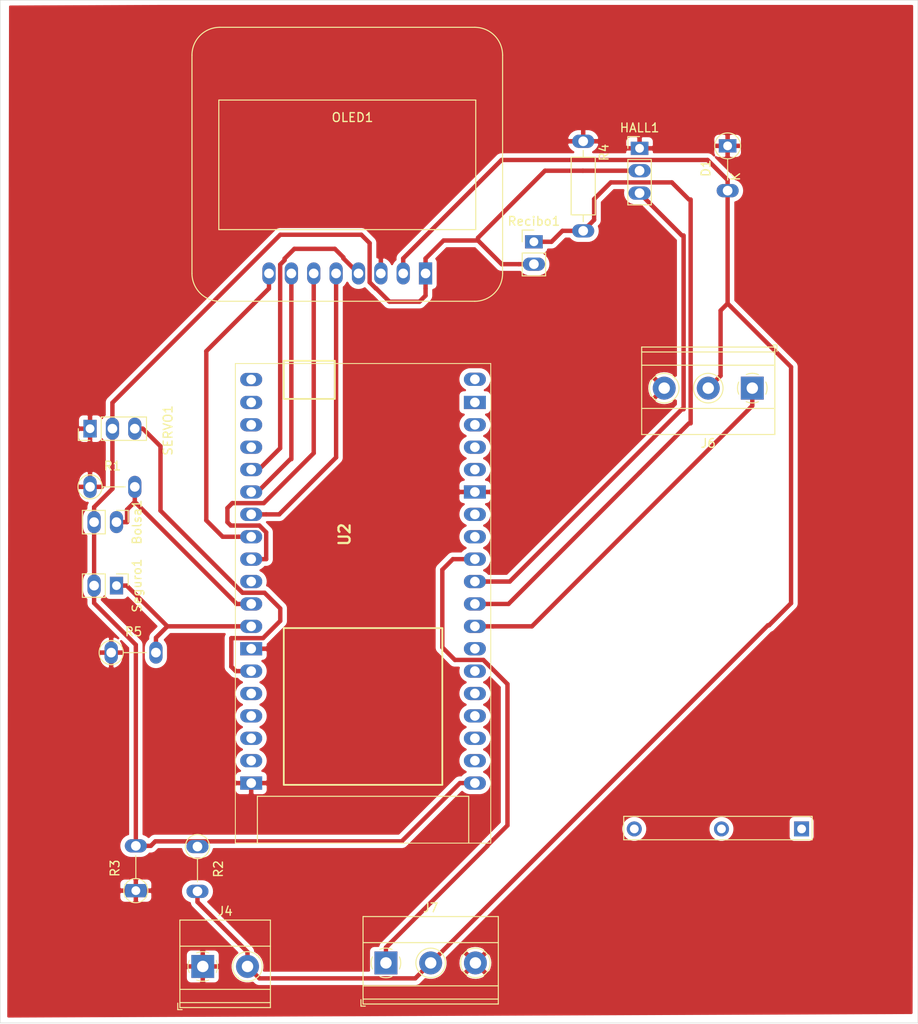
<source format=kicad_pcb>
(kicad_pcb (version 20171130) (host pcbnew "(5.1.12)-1")

  (general
    (thickness 1.6)
    (drawings 4)
    (tracks 150)
    (zones 0)
    (modules 16)
    (nets 38)
  )

  (page A4)
  (layers
    (0 F.Cu signal)
    (31 B.Cu signal)
    (32 B.Adhes user)
    (33 F.Adhes user)
    (34 B.Paste user)
    (35 F.Paste user)
    (36 B.SilkS user)
    (37 F.SilkS user)
    (38 B.Mask user)
    (39 F.Mask user)
    (40 Dwgs.User user)
    (41 Cmts.User user)
    (42 Eco1.User user)
    (43 Eco2.User user)
    (44 Edge.Cuts user)
    (45 Margin user)
    (46 B.CrtYd user)
    (47 F.CrtYd user)
    (48 B.Fab user)
    (49 F.Fab user)
  )

  (setup
    (last_trace_width 0.5)
    (user_trace_width 0.5)
    (trace_clearance 0.2)
    (zone_clearance 0.508)
    (zone_45_only no)
    (trace_min 0.2)
    (via_size 0.8)
    (via_drill 0.4)
    (via_min_size 0.4)
    (via_min_drill 0.3)
    (uvia_size 0.3)
    (uvia_drill 0.1)
    (uvias_allowed no)
    (uvia_min_size 0.2)
    (uvia_min_drill 0.1)
    (edge_width 0.05)
    (segment_width 0.2)
    (pcb_text_width 0.3)
    (pcb_text_size 1.5 1.5)
    (mod_edge_width 0.12)
    (mod_text_size 1 1)
    (mod_text_width 0.15)
    (pad_size 1.5 2.5)
    (pad_drill 1.1)
    (pad_to_mask_clearance 0)
    (aux_axis_origin 0 0)
    (visible_elements 7FFFFFFF)
    (pcbplotparams
      (layerselection 0x210a8_7fffffff)
      (usegerberextensions false)
      (usegerberattributes true)
      (usegerberadvancedattributes true)
      (creategerberjobfile true)
      (excludeedgelayer true)
      (linewidth 0.100000)
      (plotframeref false)
      (viasonmask false)
      (mode 1)
      (useauxorigin false)
      (hpglpennumber 1)
      (hpglpenspeed 20)
      (hpglpendiameter 15.000000)
      (psnegative false)
      (psa4output false)
      (plotreference true)
      (plotvalue true)
      (plotinvisibletext false)
      (padsonsilk false)
      (subtractmaskfromsilk false)
      (outputformat 1)
      (mirror false)
      (drillshape 0)
      (scaleselection 1)
      (outputdirectory "FabLogi/"))
  )

  (net 0 "")
  (net 1 IO18)
  (net 2 IO19)
  (net 3 IO33)
  (net 4 "Net-(U2-Pad37)")
  (net 5 "Net-(U2-Pad36)")
  (net 6 "Net-(U2-Pad35)")
  (net 7 "Net-(U2-Pad29)")
  (net 8 "Net-(U2-Pad24)")
  (net 9 "Net-(U2-Pad23)")
  (net 10 "Net-(U2-Pad21)")
  (net 11 "Net-(U2-Pad18)")
  (net 12 "Net-(U2-Pad17)")
  (net 13 "Net-(U2-Pad16)")
  (net 14 "Net-(U2-Pad13)")
  (net 15 "Net-(U2-Pad12)")
  (net 16 "Net-(U2-Pad6)")
  (net 17 "Net-(U2-Pad5)")
  (net 18 "Net-(U2-Pad4)")
  (net 19 "Net-(U2-Pad3)")
  (net 20 "Net-(U2-Pad2)")
  (net 21 +3V3)
  (net 22 "Net-(U2-Pad19)")
  (net 23 "Net-(U2-Pad38)")
  (net 24 "Net-(U2-Pad7)")
  (net 25 +5V)
  (net 26 IO26)
  (net 27 IO27)
  (net 28 CD-DC)
  (net 29 CS)
  (net 30 MOSI-DATA)
  (net 31 SCK)
  (net 32 RST)
  (net 33 IO25)
  (net 34 IO21)
  (net 35 "Net-(U2-Pad22)")
  (net 36 "Net-(U2-Pad15)")
  (net 37 GND)

  (net_class Default "This is the default net class."
    (clearance 0.2)
    (trace_width 0.25)
    (via_dia 0.8)
    (via_drill 0.4)
    (uvia_dia 0.3)
    (uvia_drill 0.1)
    (add_net +3V3)
    (add_net +5V)
    (add_net CD-DC)
    (add_net CS)
    (add_net GND)
    (add_net IO18)
    (add_net IO19)
    (add_net IO21)
    (add_net IO25)
    (add_net IO26)
    (add_net IO27)
    (add_net IO33)
    (add_net MOSI-DATA)
    (add_net "Net-(U2-Pad12)")
    (add_net "Net-(U2-Pad13)")
    (add_net "Net-(U2-Pad15)")
    (add_net "Net-(U2-Pad16)")
    (add_net "Net-(U2-Pad17)")
    (add_net "Net-(U2-Pad18)")
    (add_net "Net-(U2-Pad19)")
    (add_net "Net-(U2-Pad2)")
    (add_net "Net-(U2-Pad21)")
    (add_net "Net-(U2-Pad22)")
    (add_net "Net-(U2-Pad23)")
    (add_net "Net-(U2-Pad24)")
    (add_net "Net-(U2-Pad29)")
    (add_net "Net-(U2-Pad3)")
    (add_net "Net-(U2-Pad35)")
    (add_net "Net-(U2-Pad36)")
    (add_net "Net-(U2-Pad37)")
    (add_net "Net-(U2-Pad38)")
    (add_net "Net-(U2-Pad4)")
    (add_net "Net-(U2-Pad5)")
    (add_net "Net-(U2-Pad6)")
    (add_net "Net-(U2-Pad7)")
    (add_net RST)
    (add_net SCK)
  )

  (module Resistor_THT:R_Axial_DIN0207_L6.3mm_D2.5mm_P10.16mm_Horizontal (layer F.Cu) (tedit 648CB97E) (tstamp 648BA362)
    (at -70 91.8 270)
    (descr "Resistor, Axial_DIN0207 series, Axial, Horizontal, pin pitch=10.16mm, 0.25W = 1/4W, length*diameter=6.3*2.5mm^2, http://cdn-reichelt.de/documents/datenblatt/B400/1_4W%23YAG.pdf")
    (tags "Resistor Axial_DIN0207 series Axial Horizontal pin pitch 10.16mm 0.25W = 1/4W length 6.3mm diameter 2.5mm")
    (path /648B93A3)
    (fp_text reference R4 (at 1.27 -2.37 90) (layer F.SilkS)
      (effects (font (size 1 1) (thickness 0.15)))
    )
    (fp_text value 1k (at 1.27 2.37 90) (layer F.Fab)
      (effects (font (size 1 1) (thickness 0.15)))
    )
    (fp_text user %R (at 1.27 -2.37 90) (layer F.Fab)
      (effects (font (size 1 1) (thickness 0.15)))
    )
    (fp_line (start 1.93 -1.25) (end 1.93 1.25) (layer F.Fab) (width 0.1))
    (fp_line (start 1.93 1.25) (end 8.23 1.25) (layer F.Fab) (width 0.1))
    (fp_line (start 8.23 1.25) (end 8.23 -1.25) (layer F.Fab) (width 0.1))
    (fp_line (start 8.23 -1.25) (end 1.93 -1.25) (layer F.Fab) (width 0.1))
    (fp_line (start 0 0) (end 1.93 0) (layer F.Fab) (width 0.1))
    (fp_line (start 10.16 0) (end 8.23 0) (layer F.Fab) (width 0.1))
    (fp_line (start 1.81 -1.37) (end 1.81 1.37) (layer F.SilkS) (width 0.12))
    (fp_line (start 1.81 1.37) (end 8.35 1.37) (layer F.SilkS) (width 0.12))
    (fp_line (start 8.35 1.37) (end 8.35 -1.37) (layer F.SilkS) (width 0.12))
    (fp_line (start 8.35 -1.37) (end 1.81 -1.37) (layer F.SilkS) (width 0.12))
    (fp_line (start 1.04 0) (end 1.81 0) (layer F.SilkS) (width 0.12))
    (fp_line (start 9.12 0) (end 8.35 0) (layer F.SilkS) (width 0.12))
    (fp_line (start -1.05 -1.5) (end -1.05 1.5) (layer F.CrtYd) (width 0.05))
    (fp_line (start -1.05 1.5) (end 11.21 1.5) (layer F.CrtYd) (width 0.05))
    (fp_line (start 11.21 1.5) (end 11.21 -1.5) (layer F.CrtYd) (width 0.05))
    (fp_line (start 11.21 -1.5) (end -1.05 -1.5) (layer F.CrtYd) (width 0.05))
    (pad 2 thru_hole oval (at 10.16 0 270) (size 1.5 2.5) (drill 1.1) (layers *.Cu *.Mask)
      (net 33 IO25))
    (pad 1 thru_hole oval (at 0 0 270) (size 1.5 2.5) (drill 1.1) (layers *.Cu *.Mask)
      (net 37 GND))
    (model ${KISYS3DMOD}/Resistor_THT.3dshapes/R_Axial_DIN0207_L6.3mm_D2.5mm_P10.16mm_Horizontal.wrl
      (at (xyz 0 0 0))
      (scale (xyz 1 1 1))
      (rotate (xyz 0 0 0))
    )
  )

  (module Resistor_THT:R_Axial_DIN0207_L6.3mm_D2.5mm_P5.08mm_Vertical (layer F.Cu) (tedit 5AE5139B) (tstamp 648C8042)
    (at -123.6 149.8)
    (descr "Resistor, Axial_DIN0207 series, Axial, Vertical, pin pitch=5.08mm, 0.25W = 1/4W, length*diameter=6.3*2.5mm^2, http://cdn-reichelt.de/documents/datenblatt/B400/1_4W%23YAG.pdf")
    (tags "Resistor Axial_DIN0207 series Axial Vertical pin pitch 5.08mm 0.25W = 1/4W length 6.3mm diameter 2.5mm")
    (path /647F9723)
    (fp_text reference R5 (at 2.54 -2.37) (layer F.SilkS)
      (effects (font (size 1 1) (thickness 0.15)))
    )
    (fp_text value 1k (at 2.54 2.37) (layer F.Fab)
      (effects (font (size 1 1) (thickness 0.15)))
    )
    (fp_text user %R (at 2.54 -2.37) (layer F.Fab)
      (effects (font (size 1 1) (thickness 0.15)))
    )
    (fp_circle (center 0 0) (end 1.25 0) (layer F.Fab) (width 0.1))
    (fp_circle (center 0 0) (end 1.37 0) (layer F.SilkS) (width 0.12))
    (fp_line (start 0 0) (end 5.08 0) (layer F.Fab) (width 0.1))
    (fp_line (start 1.37 0) (end 3.98 0) (layer F.SilkS) (width 0.12))
    (fp_line (start -1.5 -1.5) (end -1.5 1.5) (layer F.CrtYd) (width 0.05))
    (fp_line (start -1.5 1.5) (end 6.13 1.5) (layer F.CrtYd) (width 0.05))
    (fp_line (start 6.13 1.5) (end 6.13 -1.5) (layer F.CrtYd) (width 0.05))
    (fp_line (start 6.13 -1.5) (end -1.5 -1.5) (layer F.CrtYd) (width 0.05))
    (pad 2 thru_hole oval (at 5.08 0) (size 1.5 2.5) (drill 1.1) (layers *.Cu *.Mask)
      (net 2 IO19))
    (pad 1 thru_hole oval (at 0 0) (size 1.5 2.5) (drill 1.1) (layers *.Cu *.Mask)
      (net 37 GND))
    (model ${KISYS3DMOD}/Resistor_THT.3dshapes/R_Axial_DIN0207_L6.3mm_D2.5mm_P5.08mm_Vertical.wrl
      (at (xyz 0 0 0))
      (scale (xyz 1 1 1))
      (rotate (xyz 0 0 0))
    )
  )

  (module Resistor_THT:R_Axial_DIN0207_L6.3mm_D2.5mm_P5.08mm_Vertical (layer F.Cu) (tedit 648CB4F5) (tstamp 64822D39)
    (at -120.8 176.8 90)
    (descr "Resistor, Axial_DIN0207 series, Axial, Vertical, pin pitch=5.08mm, 0.25W = 1/4W, length*diameter=6.3*2.5mm^2, http://cdn-reichelt.de/documents/datenblatt/B400/1_4W%23YAG.pdf")
    (tags "Resistor Axial_DIN0207 series Axial Vertical pin pitch 5.08mm 0.25W = 1/4W length 6.3mm diameter 2.5mm")
    (path /637D0A81)
    (fp_text reference R3 (at 2.54 -2.37 90) (layer F.SilkS)
      (effects (font (size 1 1) (thickness 0.15)))
    )
    (fp_text value 2.2K (at 2.54 2.37 90) (layer F.Fab)
      (effects (font (size 1 1) (thickness 0.15)))
    )
    (fp_text user %R (at 2.54 -2.37 90) (layer F.Fab)
      (effects (font (size 1 1) (thickness 0.15)))
    )
    (fp_circle (center 0 0) (end 1.25 0) (layer F.Fab) (width 0.1))
    (fp_circle (center 0 0) (end 1.37 0) (layer F.SilkS) (width 0.12))
    (fp_line (start 0 0) (end 5.08 0) (layer F.Fab) (width 0.1))
    (fp_line (start 1.37 0) (end 3.98 0) (layer F.SilkS) (width 0.12))
    (fp_line (start -1.5 -1.5) (end -1.5 1.5) (layer F.CrtYd) (width 0.05))
    (fp_line (start -1.5 1.5) (end 6.13 1.5) (layer F.CrtYd) (width 0.05))
    (fp_line (start 6.13 1.5) (end 6.13 -1.5) (layer F.CrtYd) (width 0.05))
    (fp_line (start 6.13 -1.5) (end -1.5 -1.5) (layer F.CrtYd) (width 0.05))
    (pad 2 thru_hole oval (at 5.08 0 90) (size 1.5 2.5) (drill 1.1) (layers *.Cu *.Mask)
      (net 21 +3V3))
    (pad 1 thru_hole rect (at 0 0 90) (size 1.5 2.5) (drill 1) (layers *.Cu *.Mask)
      (net 37 GND))
    (model ${KISYS3DMOD}/Resistor_THT.3dshapes/R_Axial_DIN0207_L6.3mm_D2.5mm_P5.08mm_Vertical.wrl
      (at (xyz 0 0 0))
      (scale (xyz 1 1 1))
      (rotate (xyz 0 0 0))
    )
  )

  (module Resistor_THT:R_Axial_DIN0207_L6.3mm_D2.5mm_P5.08mm_Vertical (layer F.Cu) (tedit 5AE5139B) (tstamp 648D2484)
    (at -113.8 171.8 270)
    (descr "Resistor, Axial_DIN0207 series, Axial, Vertical, pin pitch=5.08mm, 0.25W = 1/4W, length*diameter=6.3*2.5mm^2, http://cdn-reichelt.de/documents/datenblatt/B400/1_4W%23YAG.pdf")
    (tags "Resistor Axial_DIN0207 series Axial Vertical pin pitch 5.08mm 0.25W = 1/4W length 6.3mm diameter 2.5mm")
    (path /637D1DB0)
    (fp_text reference R2 (at 2.54 -2.37 90) (layer F.SilkS)
      (effects (font (size 1 1) (thickness 0.15)))
    )
    (fp_text value 1K (at 2.54 2.37 90) (layer F.Fab)
      (effects (font (size 1 1) (thickness 0.15)))
    )
    (fp_text user %R (at 2.54 -2.37 90) (layer F.Fab)
      (effects (font (size 1 1) (thickness 0.15)))
    )
    (fp_circle (center 0 0) (end 1.25 0) (layer F.Fab) (width 0.1))
    (fp_circle (center 0 0) (end 1.37 0) (layer F.SilkS) (width 0.12))
    (fp_line (start 0 0) (end 5.08 0) (layer F.Fab) (width 0.1))
    (fp_line (start 1.37 0) (end 3.98 0) (layer F.SilkS) (width 0.12))
    (fp_line (start -1.5 -1.5) (end -1.5 1.5) (layer F.CrtYd) (width 0.05))
    (fp_line (start -1.5 1.5) (end 6.13 1.5) (layer F.CrtYd) (width 0.05))
    (fp_line (start 6.13 1.5) (end 6.13 -1.5) (layer F.CrtYd) (width 0.05))
    (fp_line (start 6.13 -1.5) (end -1.5 -1.5) (layer F.CrtYd) (width 0.05))
    (pad 2 thru_hole oval (at 5.08 0 270) (size 1.5 2.5) (drill 1.1) (layers *.Cu *.Mask)
      (net 25 +5V))
    (pad 1 thru_hole oval (at 0 0 270) (size 1.5 2.5) (drill 1.1) (layers *.Cu *.Mask)
      (net 21 +3V3))
    (model ${KISYS3DMOD}/Resistor_THT.3dshapes/R_Axial_DIN0207_L6.3mm_D2.5mm_P5.08mm_Vertical.wrl
      (at (xyz 0 0 0))
      (scale (xyz 1 1 1))
      (rotate (xyz 0 0 0))
    )
  )

  (module Resistor_THT:R_Axial_DIN0207_L6.3mm_D2.5mm_P5.08mm_Vertical (layer F.Cu) (tedit 5AE5139B) (tstamp 648C8018)
    (at -126 131)
    (descr "Resistor, Axial_DIN0207 series, Axial, Vertical, pin pitch=5.08mm, 0.25W = 1/4W, length*diameter=6.3*2.5mm^2, http://cdn-reichelt.de/documents/datenblatt/B400/1_4W%23YAG.pdf")
    (tags "Resistor Axial_DIN0207 series Axial Vertical pin pitch 5.08mm 0.25W = 1/4W length 6.3mm diameter 2.5mm")
    (path /648B8967)
    (fp_text reference R1 (at 2.54 -2.37) (layer F.SilkS)
      (effects (font (size 1 1) (thickness 0.15)))
    )
    (fp_text value 1k (at 2.54 2.37) (layer F.Fab)
      (effects (font (size 1 1) (thickness 0.15)))
    )
    (fp_text user %R (at 2.54 -2.37) (layer F.Fab)
      (effects (font (size 1 1) (thickness 0.15)))
    )
    (fp_circle (center 0 0) (end 1.25 0) (layer F.Fab) (width 0.1))
    (fp_circle (center 0 0) (end 1.37 0) (layer F.SilkS) (width 0.12))
    (fp_line (start 0 0) (end 5.08 0) (layer F.Fab) (width 0.1))
    (fp_line (start 1.37 0) (end 3.98 0) (layer F.SilkS) (width 0.12))
    (fp_line (start -1.5 -1.5) (end -1.5 1.5) (layer F.CrtYd) (width 0.05))
    (fp_line (start -1.5 1.5) (end 6.13 1.5) (layer F.CrtYd) (width 0.05))
    (fp_line (start 6.13 1.5) (end 6.13 -1.5) (layer F.CrtYd) (width 0.05))
    (fp_line (start 6.13 -1.5) (end -1.5 -1.5) (layer F.CrtYd) (width 0.05))
    (pad 2 thru_hole oval (at 5.08 0) (size 1.5 2.5) (drill 1.1) (layers *.Cu *.Mask)
      (net 1 IO18))
    (pad 1 thru_hole oval (at 0 0) (size 1.5 2.5) (drill 1.1) (layers *.Cu *.Mask)
      (net 37 GND))
    (model ${KISYS3DMOD}/Resistor_THT.3dshapes/R_Axial_DIN0207_L6.3mm_D2.5mm_P5.08mm_Vertical.wrl
      (at (xyz 0 0 0))
      (scale (xyz 1 1 1))
      (rotate (xyz 0 0 0))
    )
  )

  (module MODULOS:ReleYYG (layer F.Cu) (tedit 6480DF1A) (tstamp 6481D7FB)
    (at -50.8 119.8 180)
    (descr "Terminal Block Phoenix MKDS-1,5-3, 3 pins, pitch 5mm, size 15x9.8mm^2, drill diamater 1.3mm, pad diameter 2.6mm, see http://www.farnell.com/datasheets/100425.pdf, script-generated using https://github.com/pointhi/kicad-footprint-generator/scripts/TerminalBlock_Phoenix")
    (tags "THT Terminal Block Phoenix MKDS-1,5-3 pitch 5mm size 15x9.8mm^2 drill 1.3mm pad 2.6mm")
    (path /6306915A)
    (fp_text reference J6 (at 5 -6.26) (layer F.SilkS)
      (effects (font (size 1 1) (thickness 0.15)))
    )
    (fp_text value Conn_RELE (at 5 5.66) (layer F.Fab)
      (effects (font (size 1 1) (thickness 0.15)))
    )
    (fp_line (start 19.3 -61.7) (end 19.3 -46.1) (layer F.CrtYd) (width 0.05))
    (fp_line (start -10.6 -61.7) (end -10.6 -46.1) (layer F.CrtYd) (width 0.05))
    (fp_line (start 19.3 -61.7) (end -10.6 -61.7) (layer F.CrtYd) (width 0.05))
    (fp_line (start 19.3 -46.1) (end -10.6 -46.1) (layer F.CrtYd) (width 0.05))
    (fp_line (start 24.8 -61.71) (end -16.2 -61.71) (layer F.CrtYd) (width 0.05))
    (fp_line (start 24.8 5.1) (end 24.8 -61.71) (layer F.CrtYd) (width 0.05))
    (fp_line (start -16.2 5.1) (end 24.8 5.1) (layer F.CrtYd) (width 0.05))
    (fp_line (start -16.2 -61.71) (end -16.2 5.1) (layer F.CrtYd) (width 0.05))
    (fp_line (start -2.8 4.9) (end -2.3 4.9) (layer F.SilkS) (width 0.12))
    (fp_line (start -2.8 4.16) (end -2.8 4.9) (layer F.SilkS) (width 0.12))
    (fp_line (start 8.773 1.023) (end 8.726 1.069) (layer F.SilkS) (width 0.12))
    (fp_line (start 11.07 -1.275) (end 11.035 -1.239) (layer F.SilkS) (width 0.12))
    (fp_line (start 8.966 1.239) (end 8.931 1.274) (layer F.SilkS) (width 0.12))
    (fp_line (start 11.275 -1.069) (end 11.228 -1.023) (layer F.SilkS) (width 0.12))
    (fp_line (start 10.955 -1.138) (end 8.863 0.955) (layer F.Fab) (width 0.1))
    (fp_line (start 11.138 -0.955) (end 9.046 1.138) (layer F.Fab) (width 0.1))
    (fp_line (start 3.773 1.023) (end 3.726 1.069) (layer F.SilkS) (width 0.12))
    (fp_line (start 6.07 -1.275) (end 6.035 -1.239) (layer F.SilkS) (width 0.12))
    (fp_line (start 3.966 1.239) (end 3.931 1.274) (layer F.SilkS) (width 0.12))
    (fp_line (start 6.275 -1.069) (end 6.228 -1.023) (layer F.SilkS) (width 0.12))
    (fp_line (start 5.955 -1.138) (end 3.863 0.955) (layer F.Fab) (width 0.1))
    (fp_line (start 6.138 -0.955) (end 4.046 1.138) (layer F.Fab) (width 0.1))
    (fp_line (start 0.955 -1.138) (end -1.138 0.955) (layer F.Fab) (width 0.1))
    (fp_line (start 1.138 -0.955) (end -0.955 1.138) (layer F.Fab) (width 0.1))
    (fp_line (start 12.56 -5.261) (end 12.56 4.66) (layer F.SilkS) (width 0.12))
    (fp_line (start -2.56 -5.261) (end -2.56 4.66) (layer F.SilkS) (width 0.12))
    (fp_line (start -2.56 4.66) (end 12.56 4.66) (layer F.SilkS) (width 0.12))
    (fp_line (start -2.56 -5.261) (end 12.56 -5.261) (layer F.SilkS) (width 0.12))
    (fp_line (start -2.56 -2.301) (end 12.56 -2.301) (layer F.SilkS) (width 0.12))
    (fp_line (start -2.5 -2.3) (end 12.5 -2.3) (layer F.Fab) (width 0.1))
    (fp_line (start -2.56 2.6) (end 12.56 2.6) (layer F.SilkS) (width 0.12))
    (fp_line (start -2.5 2.6) (end 12.5 2.6) (layer F.Fab) (width 0.1))
    (fp_line (start -2.56 4.1) (end 12.56 4.1) (layer F.SilkS) (width 0.12))
    (fp_line (start -2.5 4.1) (end 12.5 4.1) (layer F.Fab) (width 0.1))
    (fp_line (start -2.5 4.1) (end -2.5 -5.2) (layer F.Fab) (width 0.1))
    (fp_line (start -2 4.6) (end -2.5 4.1) (layer F.Fab) (width 0.1))
    (fp_line (start 12.5 4.6) (end -2 4.6) (layer F.Fab) (width 0.1))
    (fp_line (start 12.5 -5.2) (end 12.5 4.6) (layer F.Fab) (width 0.1))
    (fp_line (start -2.5 -5.2) (end 12.5 -5.2) (layer F.Fab) (width 0.1))
    (fp_circle (center 10 0) (end 11.68 0) (layer F.SilkS) (width 0.12))
    (fp_circle (center 10 0) (end 11.5 0) (layer F.Fab) (width 0.1))
    (fp_circle (center 5 0) (end 6.68 0) (layer F.SilkS) (width 0.12))
    (fp_circle (center 5 0) (end 6.5 0) (layer F.Fab) (width 0.1))
    (fp_circle (center 0 0) (end 1.5 0) (layer F.Fab) (width 0.1))
    (fp_line (start -6.8 -48.57) (end -6.8 -51.23) (layer F.SilkS) (width 0.12))
    (fp_line (start 15.2 -48.1) (end -7.4 -48.1) (layer F.CrtYd) (width 0.05))
    (fp_line (start 15.2 -51.65) (end 15.2 -48.1) (layer F.CrtYd) (width 0.05))
    (fp_line (start -6.8 -48.57) (end 14.6 -48.57) (layer F.SilkS) (width 0.12))
    (fp_line (start -7.4 -51.65) (end -7.4 -48.1) (layer F.CrtYd) (width 0.05))
    (fp_line (start 15.2 -51.65) (end -7.4 -51.65) (layer F.CrtYd) (width 0.05))
    (fp_line (start 14.6 -48.57) (end 14.6 -51.23) (layer F.SilkS) (width 0.12))
    (fp_line (start -6.8 -51.23) (end 14.6 -51.23) (layer F.SilkS) (width 0.12))
    (fp_text user %R (at 5 3.2) (layer F.Fab)
      (effects (font (size 1 1) (thickness 0.15)))
    )
    (fp_arc (start 0 0) (end -0.684 1.535) (angle -25) (layer F.SilkS) (width 0.12))
    (fp_arc (start 0 0) (end -1.535 -0.684) (angle -48) (layer F.SilkS) (width 0.12))
    (fp_arc (start 0 0) (end 0.684 -1.535) (angle -48) (layer F.SilkS) (width 0.12))
    (fp_arc (start 0 0) (end 1.535 0.684) (angle -48) (layer F.SilkS) (width 0.12))
    (fp_arc (start 0 0) (end 0 1.68) (angle -24) (layer F.SilkS) (width 0.12))
    (pad 4 thru_hole rect (at -5.6 -50 270) (size 1.7 1.7) (drill 1) (layers *.Cu *.Mask))
    (pad 5 thru_hole oval (at 3.5 -50 270) (size 1.7 1.7) (drill 1) (layers *.Cu *.Mask))
    (pad 6 thru_hole oval (at 13.4 -50 270) (size 1.7 1.7) (drill 1) (layers *.Cu *.Mask))
    (pad 3 thru_hole circle (at 10 0 180) (size 2.6 2.6) (drill 1.3) (layers *.Cu *.Mask)
      (net 37 GND))
    (pad 2 thru_hole circle (at 5 0 180) (size 2.6 2.6) (drill 1.3) (layers *.Cu *.Mask)
      (net 25 +5V))
    (pad 1 thru_hole rect (at 0 0 180) (size 2.6 2.6) (drill 1.3) (layers *.Cu *.Mask)
      (net 3 IO33))
    (model ${KISYS3DMOD}/TerminalBlock_Phoenix.3dshapes/TerminalBlock_Phoenix_MKDS-1,5-3_1x03_P5.00mm_Horizontal.wrl
      (at (xyz 0 0 0))
      (scale (xyz 1 1 1))
      (rotate (xyz 0 0 0))
    )
  )

  (module TerminalBlock_Phoenix:TerminalBlock_Phoenix_MKDS-1,5-3-5.08_1x03_P5.08mm_Horizontal (layer F.Cu) (tedit 5B294EBC) (tstamp 64820BBF)
    (at -92.4 185)
    (descr "Terminal Block Phoenix MKDS-1,5-3-5.08, 3 pins, pitch 5.08mm, size 15.2x9.8mm^2, drill diamater 1.3mm, pad diameter 2.6mm, see http://www.farnell.com/datasheets/100425.pdf, script-generated using https://github.com/pointhi/kicad-footprint-generator/scripts/TerminalBlock_Phoenix")
    (tags "THT Terminal Block Phoenix MKDS-1,5-3-5.08 pitch 5.08mm size 15.2x9.8mm^2 drill 1.3mm pad 2.6mm")
    (path /63069946)
    (fp_text reference J7 (at 5.08 -6.26) (layer F.SilkS)
      (effects (font (size 1 1) (thickness 0.15)))
    )
    (fp_text value Conn_IMPRESOR (at 5.08 5.66) (layer F.Fab)
      (effects (font (size 1 1) (thickness 0.15)))
    )
    (fp_line (start 13.21 -5.71) (end -3.04 -5.71) (layer F.CrtYd) (width 0.05))
    (fp_line (start 13.21 5.1) (end 13.21 -5.71) (layer F.CrtYd) (width 0.05))
    (fp_line (start -3.04 5.1) (end 13.21 5.1) (layer F.CrtYd) (width 0.05))
    (fp_line (start -3.04 -5.71) (end -3.04 5.1) (layer F.CrtYd) (width 0.05))
    (fp_line (start -2.84 4.9) (end -2.34 4.9) (layer F.SilkS) (width 0.12))
    (fp_line (start -2.84 4.16) (end -2.84 4.9) (layer F.SilkS) (width 0.12))
    (fp_line (start 8.933 1.023) (end 8.886 1.069) (layer F.SilkS) (width 0.12))
    (fp_line (start 11.23 -1.275) (end 11.195 -1.239) (layer F.SilkS) (width 0.12))
    (fp_line (start 9.126 1.239) (end 9.091 1.274) (layer F.SilkS) (width 0.12))
    (fp_line (start 11.435 -1.069) (end 11.388 -1.023) (layer F.SilkS) (width 0.12))
    (fp_line (start 11.115 -1.138) (end 9.023 0.955) (layer F.Fab) (width 0.1))
    (fp_line (start 11.298 -0.955) (end 9.206 1.138) (layer F.Fab) (width 0.1))
    (fp_line (start 3.853 1.023) (end 3.806 1.069) (layer F.SilkS) (width 0.12))
    (fp_line (start 6.15 -1.275) (end 6.115 -1.239) (layer F.SilkS) (width 0.12))
    (fp_line (start 4.046 1.239) (end 4.011 1.274) (layer F.SilkS) (width 0.12))
    (fp_line (start 6.355 -1.069) (end 6.308 -1.023) (layer F.SilkS) (width 0.12))
    (fp_line (start 6.035 -1.138) (end 3.943 0.955) (layer F.Fab) (width 0.1))
    (fp_line (start 6.218 -0.955) (end 4.126 1.138) (layer F.Fab) (width 0.1))
    (fp_line (start 0.955 -1.138) (end -1.138 0.955) (layer F.Fab) (width 0.1))
    (fp_line (start 1.138 -0.955) (end -0.955 1.138) (layer F.Fab) (width 0.1))
    (fp_line (start 12.76 -5.261) (end 12.76 4.66) (layer F.SilkS) (width 0.12))
    (fp_line (start -2.6 -5.261) (end -2.6 4.66) (layer F.SilkS) (width 0.12))
    (fp_line (start -2.6 4.66) (end 12.76 4.66) (layer F.SilkS) (width 0.12))
    (fp_line (start -2.6 -5.261) (end 12.76 -5.261) (layer F.SilkS) (width 0.12))
    (fp_line (start -2.6 -2.301) (end 12.76 -2.301) (layer F.SilkS) (width 0.12))
    (fp_line (start -2.54 -2.3) (end 12.7 -2.3) (layer F.Fab) (width 0.1))
    (fp_line (start -2.6 2.6) (end 12.76 2.6) (layer F.SilkS) (width 0.12))
    (fp_line (start -2.54 2.6) (end 12.7 2.6) (layer F.Fab) (width 0.1))
    (fp_line (start -2.6 4.1) (end 12.76 4.1) (layer F.SilkS) (width 0.12))
    (fp_line (start -2.54 4.1) (end 12.7 4.1) (layer F.Fab) (width 0.1))
    (fp_line (start -2.54 4.1) (end -2.54 -5.2) (layer F.Fab) (width 0.1))
    (fp_line (start -2.04 4.6) (end -2.54 4.1) (layer F.Fab) (width 0.1))
    (fp_line (start 12.7 4.6) (end -2.04 4.6) (layer F.Fab) (width 0.1))
    (fp_line (start 12.7 -5.2) (end 12.7 4.6) (layer F.Fab) (width 0.1))
    (fp_line (start -2.54 -5.2) (end 12.7 -5.2) (layer F.Fab) (width 0.1))
    (fp_circle (center 10.16 0) (end 11.84 0) (layer F.SilkS) (width 0.12))
    (fp_circle (center 10.16 0) (end 11.66 0) (layer F.Fab) (width 0.1))
    (fp_circle (center 5.08 0) (end 6.76 0) (layer F.SilkS) (width 0.12))
    (fp_circle (center 5.08 0) (end 6.58 0) (layer F.Fab) (width 0.1))
    (fp_circle (center 0 0) (end 1.5 0) (layer F.Fab) (width 0.1))
    (fp_text user %R (at 5.08 3.2) (layer F.Fab)
      (effects (font (size 1 1) (thickness 0.15)))
    )
    (fp_arc (start 0 0) (end -0.684 1.535) (angle -25) (layer F.SilkS) (width 0.12))
    (fp_arc (start 0 0) (end -1.535 -0.684) (angle -48) (layer F.SilkS) (width 0.12))
    (fp_arc (start 0 0) (end 0.684 -1.535) (angle -48) (layer F.SilkS) (width 0.12))
    (fp_arc (start 0 0) (end 1.535 0.684) (angle -48) (layer F.SilkS) (width 0.12))
    (fp_arc (start 0 0) (end 0 1.68) (angle -24) (layer F.SilkS) (width 0.12))
    (pad 3 thru_hole circle (at 10.16 0) (size 2.6 2.6) (drill 1.3) (layers *.Cu *.Mask)
      (net 37 GND))
    (pad 2 thru_hole circle (at 5.08 0) (size 2.6 2.6) (drill 1.3) (layers *.Cu *.Mask)
      (net 25 +5V))
    (pad 1 thru_hole rect (at 0 0) (size 2.6 2.6) (drill 1.3) (layers *.Cu *.Mask)
      (net 27 IO27))
    (model ${KISYS3DMOD}/TerminalBlock_Phoenix.3dshapes/TerminalBlock_Phoenix_MKDS-1,5-3-5.08_1x03_P5.08mm_Horizontal.wrl
      (at (xyz 0 0 0))
      (scale (xyz 1 1 1))
      (rotate (xyz 0 0 0))
    )
  )

  (module MODULOS:OLED128X128 (layer F.Cu) (tedit 648B43BA) (tstamp 64795CDE)
    (at -96.2 89.6 180)
    (path /647ADAD0)
    (fp_text reference OLED1 (at 0 0.5) (layer F.SilkS)
      (effects (font (size 1 1) (thickness 0.15)))
    )
    (fp_text value Conn_01x08 (at 0 -0.5) (layer F.Fab)
      (effects (font (size 1 1) (thickness 0.15)))
    )
    (fp_line (start -17.19 -17.19) (end -17.19 7.57) (layer F.CrtYd) (width 0.05))
    (fp_line (start -13.888 -12.112) (end -13.888 2.366) (layer F.Fab) (width 0.1))
    (fp_line (start -16.936 -17.188) (end -16.936 7.57) (layer F.Fab) (width 0.1))
    (fp_line (start -13.888 -12.112) (end 15.068 -12.112) (layer F.Fab) (width 0.1))
    (fp_line (start 18.226 -17.19) (end 18.226 7.57) (layer F.SilkS) (width 0.12))
    (fp_line (start 18.116 -17.19) (end 18.116 7.568) (layer F.Fab) (width 0.1))
    (fp_line (start 15.068 -20.238) (end -13.888 -20.238) (layer F.Fab) (width 0.1))
    (fp_line (start -13.998 -12.222) (end 15.178 -12.222) (layer F.SilkS) (width 0.12))
    (fp_line (start 18.37 -17.19) (end 18.37 7.57) (layer F.CrtYd) (width 0.05))
    (fp_line (start 15.068 -20.348) (end -13.888 -20.348) (layer F.SilkS) (width 0.12))
    (fp_line (start -13.998 -12.222) (end -13.998 2.476) (layer F.SilkS) (width 0.12))
    (fp_line (start -17.046 -17.19) (end -17.046 7.57) (layer F.SilkS) (width 0.12))
    (fp_line (start 15.07 -20.49) (end -13.89 -20.49) (layer F.CrtYd) (width 0.05))
    (fp_line (start -13.888 2.366) (end 15.068 2.366) (layer F.Fab) (width 0.1))
    (fp_line (start 15.178 -12.222) (end 15.178 2.476) (layer F.SilkS) (width 0.12))
    (fp_line (start -13.998 2.476) (end 15.178 2.476) (layer F.SilkS) (width 0.12))
    (fp_line (start 15.068 -12.112) (end 15.068 2.366) (layer F.Fab) (width 0.1))
    (fp_line (start -13.888 10.618) (end 15.068 10.618) (layer F.Fab) (width 0.1))
    (fp_line (start -13.888 10.728) (end 15.068 10.728) (layer F.SilkS) (width 0.12))
    (fp_line (start -13.89 10.87) (end 15.07 10.87) (layer F.CrtYd) (width 0.05))
    (fp_arc (start -13.888 7.57) (end -13.888 10.618) (angle 90) (layer F.Fab) (width 0.1))
    (fp_arc (start -13.888 7.57) (end -13.888 10.728) (angle 90) (layer F.SilkS) (width 0.12))
    (fp_arc (start -13.89 7.57) (end -13.89 10.87) (angle 90) (layer F.CrtYd) (width 0.05))
    (fp_arc (start 15.068 7.57) (end 15.07 10.618) (angle -90) (layer F.Fab) (width 0.1))
    (fp_arc (start 15.07 7.57) (end 15.07 10.87) (angle -90) (layer F.CrtYd) (width 0.05))
    (fp_arc (start 15.068 7.57) (end 15.068 10.728) (angle -90) (layer F.SilkS) (width 0.12))
    (fp_arc (start -13.89 -17.19) (end -13.89 -20.49) (angle -90) (layer F.CrtYd) (width 0.05))
    (fp_arc (start 15.07 -17.19) (end 15.07 -20.49) (angle 90) (layer F.CrtYd) (width 0.05))
    (fp_arc (start -13.888 -17.19) (end -13.89 -20.238) (angle -90) (layer F.Fab) (width 0.1))
    (fp_arc (start -13.888 -17.19) (end -13.888 -20.348) (angle -90) (layer F.SilkS) (width 0.12))
    (fp_arc (start 15.068 -17.19) (end 15.068 -20.348) (angle 90) (layer F.SilkS) (width 0.12))
    (fp_arc (start 15.068 -17.19) (end 15.068 -20.238) (angle 90) (layer F.Fab) (width 0.1))
    (pad 3 thru_hole oval (at -3.22 -17.19 180) (size 1.5 2.5) (drill 1.1) (layers *.Cu *.Mask)
      (net 37 GND))
    (pad 4 thru_hole oval (at -0.68 -17.19 180) (size 1.5 2.5) (drill 1.1) (layers *.Cu *.Mask)
      (net 32 RST))
    (pad 5 thru_hole oval (at 1.86 -17.19 180) (size 1.5 2.5) (drill 1.1) (layers *.Cu *.Mask)
      (net 31 SCK))
    (pad 6 thru_hole oval (at 4.4 -17.19 180) (size 1.5 2.5) (drill 1.1) (layers *.Cu *.Mask)
      (net 30 MOSI-DATA))
    (pad 7 thru_hole oval (at 6.94 -17.19 180) (size 1.5 2.5) (drill 1.1) (layers *.Cu *.Mask)
      (net 29 CS))
    (pad 8 thru_hole oval (at 9.48 -17.19 180) (size 1.5 2.5) (drill 1.1) (layers *.Cu *.Mask)
      (net 28 CD-DC))
    (pad 1 thru_hole rect (at -8.3 -17.19 180) (size 1.5 2.5) (drill 1.1) (layers *.Cu *.Mask)
      (net 21 +3V3))
    (pad 2 thru_hole oval (at -5.76 -17.19 180) (size 1.5 2.5) (drill 1.1) (layers *.Cu *.Mask)
      (net 25 +5V))
  )

  (module MODULOS:Esp32wroverD (layer F.Cu) (tedit 648B438C) (tstamp 648C87F7)
    (at -95 142.2 270)
    (descr "FireBeetle ESP32")
    (tags "Undefined or Miscellaneous")
    (path /63191267)
    (fp_text reference U2 (at -5.8 2.1 90) (layer F.SilkS)
      (effects (font (size 1.27 1.27) (thickness 0.254)))
    )
    (fp_text value ESP32-DEVKITC-32D (at -4.5 -0.3 90) (layer F.SilkS) hide
      (effects (font (size 1.27 1.27) (thickness 0.254)))
    )
    (fp_line (start -21.178 3.199) (end -25.5 3.199) (layer F.SilkS) (width 0.2))
    (fp_line (start -21.178 9.005) (end -21.178 3.199) (layer F.SilkS) (width 0.2))
    (fp_line (start -25.5 9.005) (end -21.178 9.005) (layer F.SilkS) (width 0.2))
    (fp_line (start -25.5 3.199) (end -25.5 9.005) (layer F.SilkS) (width 0.2))
    (fp_line (start 22.6 -9) (end 4.82 -9) (layer F.SilkS) (width 0.2))
    (fp_line (start 22.6 9) (end 22.6 -9) (layer F.SilkS) (width 0.2))
    (fp_line (start 4.82 9) (end 22.6 9) (layer F.SilkS) (width 0.2))
    (fp_line (start 4.82 -9) (end 4.82 9) (layer F.SilkS) (width 0.2))
    (fp_line (start -25.5 3.199) (end -25.5 9.005) (layer F.Fab) (width 0.2))
    (fp_line (start -21.178 9.005) (end -25.5 9.005) (layer F.Fab) (width 0.2))
    (fp_line (start -21.178 3.199) (end -21.178 9.005) (layer F.Fab) (width 0.2))
    (fp_line (start -25.5 3.199) (end -21.178 3.199) (layer F.Fab) (width 0.2))
    (fp_line (start 22.6 9) (end 22.6 -9) (layer F.Fab) (width 0.2))
    (fp_line (start 4.82 9) (end 22.6 9) (layer F.Fab) (width 0.2))
    (fp_line (start 4.82 -9) (end 4.82 9) (layer F.Fab) (width 0.2))
    (fp_line (start 22.6 -9) (end 4.82 -9) (layer F.Fab) (width 0.2))
    (fp_line (start -26.19 15.5) (end -26.19 -15.5) (layer F.CrtYd) (width 0.1))
    (fp_line (start 30.2 15.5) (end -26.19 15.5) (layer F.CrtYd) (width 0.1))
    (fp_line (start 30.2 -15.5) (end 30.2 15.5) (layer F.CrtYd) (width 0.1))
    (fp_line (start -26.19 -15.5) (end 30.2 -15.5) (layer F.CrtYd) (width 0.1))
    (fp_line (start -25.19 14.5) (end -25.19 -14.5) (layer F.SilkS) (width 0.1))
    (fp_line (start 29.21 14.5) (end -25.19 14.5) (layer F.SilkS) (width 0.1))
    (fp_line (start 29.21 -14.5) (end 29.21 14.5) (layer F.SilkS) (width 0.1))
    (fp_line (start -25.19 -14.5) (end 29.21 -14.5) (layer F.SilkS) (width 0.1))
    (fp_line (start -25.19 14.5) (end -25.19 -14.5) (layer F.Fab) (width 0.2))
    (fp_line (start 29.2 14.5) (end -25.19 14.5) (layer F.Fab) (width 0.2))
    (fp_line (start 29.2 -14.5) (end 29.2 14.5) (layer F.Fab) (width 0.2))
    (fp_line (start -25.19 -14.5) (end 29.2 -14.5) (layer F.Fab) (width 0.2))
    (fp_line (start 29.2 -12) (end 23.9 -12) (layer F.SilkS) (width 0.12))
    (fp_line (start 23.9 -12) (end 23.9 12) (layer F.SilkS) (width 0.12))
    (fp_line (start 23.9 12) (end 29.2 12) (layer F.SilkS) (width 0.12))
    (fp_text user %R (at -1.5 2.1 90) (layer F.Fab)
      (effects (font (size 1.27 1.27) (thickness 0.254)))
    )
    (pad 37 thru_hole oval (at -20.78 12.7 270) (size 1.5 2.5) (drill 1.1) (layers *.Cu *.Mask)
      (net 4 "Net-(U2-Pad37)"))
    (pad 36 thru_hole oval (at -18.24 12.7 270) (size 1.5 2.5) (drill 1.1) (layers *.Cu *.Mask)
      (net 5 "Net-(U2-Pad36)"))
    (pad 35 thru_hole oval (at -15.7 12.7 270) (size 1.5 2.5) (drill 1.1) (layers *.Cu *.Mask)
      (net 6 "Net-(U2-Pad35)"))
    (pad 34 thru_hole oval (at -13.16 12.7 270) (size 1.5 2.5) (drill 1.1) (layers *.Cu *.Mask)
      (net 32 RST))
    (pad 33 thru_hole oval (at -10.62 12.7 270) (size 1.5 2.5) (drill 1.1) (layers *.Cu *.Mask)
      (net 29 CS))
    (pad 32 thru_hole oval (at -8.08 12.7 270) (size 1.5 2.5) (drill 1.1) (layers *.Cu *.Mask)
      (net 31 SCK))
    (pad 31 thru_hole oval (at -5.54 12.7 270) (size 1.5 2.5) (drill 1.1) (layers *.Cu *.Mask)
      (net 28 CD-DC))
    (pad 30 thru_hole oval (at -3 12.7 270) (size 1.5 2.5) (drill 1.1) (layers *.Cu *.Mask)
      (net 30 MOSI-DATA))
    (pad 29 thru_hole oval (at -0.46 12.7 270) (size 1.5 2.5) (drill 1.1) (layers *.Cu *.Mask)
      (net 7 "Net-(U2-Pad29)"))
    (pad 28 thru_hole oval (at 2.08 12.7 270) (size 1.5 2.5) (drill 1.1) (layers *.Cu *.Mask)
      (net 1 IO18))
    (pad 27 thru_hole oval (at 4.62 12.7 270) (size 1.5 2.5) (drill 1.1) (layers *.Cu *.Mask)
      (net 2 IO19))
    (pad 26 thru_hole rect (at 7.16 12.7 270) (size 1.5 2.5) (drill 1.1) (layers *.Cu *.Mask)
      (net 37 GND))
    (pad 25 thru_hole oval (at 9.7 12.7 270) (size 1.5 2.5) (drill 1.1) (layers *.Cu *.Mask)
      (net 34 IO21))
    (pad 24 thru_hole oval (at 12.24 12.7 270) (size 1.5 2.5) (drill 1.1) (layers *.Cu *.Mask)
      (net 8 "Net-(U2-Pad24)"))
    (pad 23 thru_hole oval (at 14.78 12.7 270) (size 1.5 2.5) (drill 1.1) (layers *.Cu *.Mask)
      (net 9 "Net-(U2-Pad23)"))
    (pad 22 thru_hole oval (at 17.32 12.7 270) (size 1.5 2.5) (drill 1.1) (layers *.Cu *.Mask)
      (net 35 "Net-(U2-Pad22)"))
    (pad 21 thru_hole oval (at 19.86 12.7 270) (size 1.5 2.5) (drill 1.1) (layers *.Cu *.Mask)
      (net 10 "Net-(U2-Pad21)"))
    (pad 20 thru_hole rect (at 22.4 12.7 270) (size 1.5 2.5) (drill 1.1) (layers *.Cu *.Mask)
      (net 37 GND))
    (pad 18 thru_hole rect (at -20.78 -12.7 270) (size 1.5 2.5) (drill 1.1) (layers *.Cu *.Mask)
      (net 11 "Net-(U2-Pad18)"))
    (pad 17 thru_hole oval (at -18.24 -12.7 270) (size 1.5 2.5) (drill 1.1) (layers *.Cu *.Mask)
      (net 12 "Net-(U2-Pad17)"))
    (pad 16 thru_hole oval (at -15.7 -12.7 270) (size 1.5 2.5) (drill 1.1) (layers *.Cu *.Mask)
      (net 13 "Net-(U2-Pad16)"))
    (pad 15 thru_hole oval (at -13.16 -12.7 270) (size 1.5 2.5) (drill 1.1) (layers *.Cu *.Mask)
      (net 36 "Net-(U2-Pad15)"))
    (pad 14 thru_hole rect (at -10.62 -12.7 270) (size 1.5 2.5) (drill 1.1) (layers *.Cu *.Mask)
      (net 37 GND))
    (pad 13 thru_hole oval (at -8.08 -12.7 270) (size 1.5 2.5) (drill 1.1) (layers *.Cu *.Mask)
      (net 14 "Net-(U2-Pad13)"))
    (pad 12 thru_hole oval (at -5.54 -12.7 270) (size 1.5 2.5) (drill 1.1) (layers *.Cu *.Mask)
      (net 15 "Net-(U2-Pad12)"))
    (pad 11 thru_hole oval (at -3 -12.7 270) (size 1.5 2.5) (drill 1.1) (layers *.Cu *.Mask)
      (net 27 IO27))
    (pad 10 thru_hole oval (at -0.46 -12.7 270) (size 1.5 2.5) (drill 1.1) (layers *.Cu *.Mask)
      (net 26 IO26))
    (pad 9 thru_hole oval (at 2.08 -12.7 270) (size 1.5 2.5) (drill 1.1) (layers *.Cu *.Mask)
      (net 33 IO25))
    (pad 8 thru_hole oval (at 4.62 -12.7 270) (size 1.5 2.5) (drill 1.1) (layers *.Cu *.Mask)
      (net 3 IO33))
    (pad 7 thru_hole oval (at 7.16 -12.7 270) (size 1.5 2.5) (drill 1.1) (layers *.Cu *.Mask)
      (net 24 "Net-(U2-Pad7)"))
    (pad 6 thru_hole oval (at 9.7 -12.7 270) (size 1.5 2.5) (drill 1.1) (layers *.Cu *.Mask)
      (net 16 "Net-(U2-Pad6)"))
    (pad 5 thru_hole oval (at 12.24 -12.7 270) (size 1.5 2.5) (drill 1.1) (layers *.Cu *.Mask)
      (net 17 "Net-(U2-Pad5)"))
    (pad 4 thru_hole oval (at 14.78 -12.7 270) (size 1.5 2.5) (drill 1.1) (layers *.Cu *.Mask)
      (net 18 "Net-(U2-Pad4)"))
    (pad 3 thru_hole oval (at 17.32 -12.7 270) (size 1.5 2.5) (drill 1.1) (layers *.Cu *.Mask)
      (net 19 "Net-(U2-Pad3)"))
    (pad 2 thru_hole oval (at 19.86 -12.7 270) (size 1.5 2.5) (drill 1.1) (layers *.Cu *.Mask)
      (net 20 "Net-(U2-Pad2)"))
    (pad 1 thru_hole oval (at 22.4 -12.7 270) (size 1.5 2.5) (drill 1.1) (layers *.Cu *.Mask)
      (net 21 +3V3))
    (pad 19 thru_hole oval (at -23.4 -12.7 270) (size 1.5 2.5) (drill 1.1) (layers *.Cu *.Mask)
      (net 22 "Net-(U2-Pad19)"))
    (pad 38 thru_hole oval (at -23.38 12.7 270) (size 1.5 2.5) (drill 1.1) (layers *.Cu *.Mask)
      (net 23 "Net-(U2-Pad38)"))
    (model DFR0478.stp
      (offset (xyz 3.739999953367545 0 0.8500000110761464))
      (scale (xyz 1 1 1))
      (rotate (xyz 0 0 -90))
    )
  )

  (module Connector_PinHeader_2.54mm:PinHeader_1x03_P2.54mm_Vertical (layer F.Cu) (tedit 59FED5CC) (tstamp 64795D75)
    (at -126 124.4 90)
    (descr "Through hole straight pin header, 1x03, 2.54mm pitch, single row")
    (tags "Through hole pin header THT 1x03 2.54mm single row")
    (path /647CECDA)
    (fp_text reference SERVO1 (at -0.2 8.85 90) (layer F.SilkS)
      (effects (font (size 1 1) (thickness 0.15)))
    )
    (fp_text value Conn_01x03 (at 0 7.41 90) (layer F.Fab)
      (effects (font (size 1 1) (thickness 0.15)))
    )
    (fp_line (start 1.8 -1.8) (end -1.8 -1.8) (layer F.CrtYd) (width 0.05))
    (fp_line (start 1.8 6.85) (end 1.8 -1.8) (layer F.CrtYd) (width 0.05))
    (fp_line (start -1.8 6.85) (end 1.8 6.85) (layer F.CrtYd) (width 0.05))
    (fp_line (start -1.8 -1.8) (end -1.8 6.85) (layer F.CrtYd) (width 0.05))
    (fp_line (start -1.33 -1.33) (end 0 -1.33) (layer F.SilkS) (width 0.12))
    (fp_line (start -1.33 0) (end -1.33 -1.33) (layer F.SilkS) (width 0.12))
    (fp_line (start -1.33 1.27) (end 1.33 1.27) (layer F.SilkS) (width 0.12))
    (fp_line (start 1.33 1.27) (end 1.33 6.41) (layer F.SilkS) (width 0.12))
    (fp_line (start -1.33 1.27) (end -1.33 6.41) (layer F.SilkS) (width 0.12))
    (fp_line (start -1.33 6.41) (end 1.33 6.41) (layer F.SilkS) (width 0.12))
    (fp_line (start -1.27 -0.635) (end -0.635 -1.27) (layer F.Fab) (width 0.1))
    (fp_line (start -1.27 6.35) (end -1.27 -0.635) (layer F.Fab) (width 0.1))
    (fp_line (start 1.27 6.35) (end -1.27 6.35) (layer F.Fab) (width 0.1))
    (fp_line (start 1.27 -1.27) (end 1.27 6.35) (layer F.Fab) (width 0.1))
    (fp_line (start -0.635 -1.27) (end 1.27 -1.27) (layer F.Fab) (width 0.1))
    (fp_text user %R (at 0 2.54) (layer F.Fab)
      (effects (font (size 1 1) (thickness 0.15)))
    )
    (pad 3 thru_hole oval (at 0 5.08 90) (size 2.5 1.5) (drill 1.1) (layers *.Cu *.Mask)
      (net 34 IO21))
    (pad 2 thru_hole oval (at 0 2.54 90) (size 2.5 1.5) (drill 1.1) (layers *.Cu *.Mask)
      (net 21 +3V3))
    (pad 1 thru_hole rect (at 0 0 90) (size 2 1.5) (drill 1) (layers *.Cu *.Mask)
      (net 37 GND))
    (model ${KISYS3DMOD}/Connector_PinHeader_2.54mm.3dshapes/PinHeader_1x03_P2.54mm_Vertical.wrl
      (at (xyz 0 0 0))
      (scale (xyz 1 1 1))
      (rotate (xyz 0 0 0))
    )
  )

  (module Connector_PinHeader_2.54mm:PinHeader_1x02_P2.54mm_Vertical (layer F.Cu) (tedit 648CB096) (tstamp 648C7D55)
    (at -123 142.2 270)
    (descr "Through hole straight pin header, 1x02, 2.54mm pitch, single row")
    (tags "Through hole pin header THT 1x02 2.54mm single row")
    (path /647F73D4)
    (fp_text reference Seguro1 (at 0 -2.33 90) (layer F.SilkS)
      (effects (font (size 1 1) (thickness 0.15)))
    )
    (fp_text value Conn_01x02 (at 0 4.87 90) (layer F.Fab)
      (effects (font (size 1 1) (thickness 0.15)))
    )
    (fp_line (start 1.8 -1.8) (end -1.8 -1.8) (layer F.CrtYd) (width 0.05))
    (fp_line (start 1.8 4.35) (end 1.8 -1.8) (layer F.CrtYd) (width 0.05))
    (fp_line (start -1.8 4.35) (end 1.8 4.35) (layer F.CrtYd) (width 0.05))
    (fp_line (start -1.8 -1.8) (end -1.8 4.35) (layer F.CrtYd) (width 0.05))
    (fp_line (start -1.33 -1.33) (end 0 -1.33) (layer F.SilkS) (width 0.12))
    (fp_line (start -1.33 0) (end -1.33 -1.33) (layer F.SilkS) (width 0.12))
    (fp_line (start -1.33 1.27) (end 1.33 1.27) (layer F.SilkS) (width 0.12))
    (fp_line (start 1.33 1.27) (end 1.33 3.87) (layer F.SilkS) (width 0.12))
    (fp_line (start -1.33 1.27) (end -1.33 3.87) (layer F.SilkS) (width 0.12))
    (fp_line (start -1.33 3.87) (end 1.33 3.87) (layer F.SilkS) (width 0.12))
    (fp_line (start -1.27 -0.635) (end -0.635 -1.27) (layer F.Fab) (width 0.1))
    (fp_line (start -1.27 3.81) (end -1.27 -0.635) (layer F.Fab) (width 0.1))
    (fp_line (start 1.27 3.81) (end -1.27 3.81) (layer F.Fab) (width 0.1))
    (fp_line (start 1.27 -1.27) (end 1.27 3.81) (layer F.Fab) (width 0.1))
    (fp_line (start -0.635 -1.27) (end 1.27 -1.27) (layer F.Fab) (width 0.1))
    (fp_text user %R (at 0 1.27) (layer F.Fab)
      (effects (font (size 1 1) (thickness 0.15)))
    )
    (pad 2 thru_hole oval (at 0 2.54 270) (size 2.5 1.5) (drill 1.1) (layers *.Cu *.Mask)
      (net 21 +3V3))
    (pad 1 thru_hole rect (at 0 0 270) (size 2 1.5) (drill 1) (layers *.Cu *.Mask)
      (net 2 IO19))
    (model ${KISYS3DMOD}/Connector_PinHeader_2.54mm.3dshapes/PinHeader_1x02_P2.54mm_Vertical.wrl
      (at (xyz 0 0 0))
      (scale (xyz 1 1 1))
      (rotate (xyz 0 0 0))
    )
  )

  (module Connector_PinHeader_2.54mm:PinHeader_1x02_P2.54mm_Vertical (layer F.Cu) (tedit 59FED5CC) (tstamp 648BA394)
    (at -75.6 103.2)
    (descr "Through hole straight pin header, 1x02, 2.54mm pitch, single row")
    (tags "Through hole pin header THT 1x02 2.54mm single row")
    (path /648B9391)
    (fp_text reference Recibo1 (at 0 -2.33) (layer F.SilkS)
      (effects (font (size 1 1) (thickness 0.15)))
    )
    (fp_text value Conn_01x02 (at 0 4.87) (layer F.Fab)
      (effects (font (size 1 1) (thickness 0.15)))
    )
    (fp_line (start 1.8 -1.8) (end -1.8 -1.8) (layer F.CrtYd) (width 0.05))
    (fp_line (start 1.8 4.35) (end 1.8 -1.8) (layer F.CrtYd) (width 0.05))
    (fp_line (start -1.8 4.35) (end 1.8 4.35) (layer F.CrtYd) (width 0.05))
    (fp_line (start -1.8 -1.8) (end -1.8 4.35) (layer F.CrtYd) (width 0.05))
    (fp_line (start -1.33 -1.33) (end 0 -1.33) (layer F.SilkS) (width 0.12))
    (fp_line (start -1.33 0) (end -1.33 -1.33) (layer F.SilkS) (width 0.12))
    (fp_line (start -1.33 1.27) (end 1.33 1.27) (layer F.SilkS) (width 0.12))
    (fp_line (start 1.33 1.27) (end 1.33 3.87) (layer F.SilkS) (width 0.12))
    (fp_line (start -1.33 1.27) (end -1.33 3.87) (layer F.SilkS) (width 0.12))
    (fp_line (start -1.33 3.87) (end 1.33 3.87) (layer F.SilkS) (width 0.12))
    (fp_line (start -1.27 -0.635) (end -0.635 -1.27) (layer F.Fab) (width 0.1))
    (fp_line (start -1.27 3.81) (end -1.27 -0.635) (layer F.Fab) (width 0.1))
    (fp_line (start 1.27 3.81) (end -1.27 3.81) (layer F.Fab) (width 0.1))
    (fp_line (start 1.27 -1.27) (end 1.27 3.81) (layer F.Fab) (width 0.1))
    (fp_line (start -0.635 -1.27) (end 1.27 -1.27) (layer F.Fab) (width 0.1))
    (fp_text user %R (at 0 1.27 90) (layer F.Fab)
      (effects (font (size 1 1) (thickness 0.15)))
    )
    (pad 2 thru_hole oval (at 0 2.54) (size 2.5 1.5) (drill 1.1) (layers *.Cu *.Mask)
      (net 21 +3V3))
    (pad 1 thru_hole rect (at 0 0) (size 2 1.5) (drill 1) (layers *.Cu *.Mask)
      (net 33 IO25))
    (model ${KISYS3DMOD}/Connector_PinHeader_2.54mm.3dshapes/PinHeader_1x02_P2.54mm_Vertical.wrl
      (at (xyz 0 0 0))
      (scale (xyz 1 1 1))
      (rotate (xyz 0 0 0))
    )
  )

  (module Connector_PinHeader_2.54mm:PinHeader_1x03_P2.54mm_Vertical (layer F.Cu) (tedit 648CA680) (tstamp 648C9E1E)
    (at -63.6 92.6)
    (descr "Through hole straight pin header, 1x03, 2.54mm pitch, single row")
    (tags "Through hole pin header THT 1x03 2.54mm single row")
    (path /647AD527)
    (fp_text reference HALL1 (at 0 -2.33) (layer F.SilkS)
      (effects (font (size 1 1) (thickness 0.15)))
    )
    (fp_text value Conn_01x03 (at 0 7.41) (layer F.Fab)
      (effects (font (size 1 1) (thickness 0.15)))
    )
    (fp_line (start 1.8 -1.8) (end -1.8 -1.8) (layer F.CrtYd) (width 0.05))
    (fp_line (start 1.8 6.85) (end 1.8 -1.8) (layer F.CrtYd) (width 0.05))
    (fp_line (start -1.8 6.85) (end 1.8 6.85) (layer F.CrtYd) (width 0.05))
    (fp_line (start -1.8 -1.8) (end -1.8 6.85) (layer F.CrtYd) (width 0.05))
    (fp_line (start -1.33 -1.33) (end 0 -1.33) (layer F.SilkS) (width 0.12))
    (fp_line (start -1.33 0) (end -1.33 -1.33) (layer F.SilkS) (width 0.12))
    (fp_line (start -1.33 1.27) (end 1.33 1.27) (layer F.SilkS) (width 0.12))
    (fp_line (start 1.33 1.27) (end 1.33 6.41) (layer F.SilkS) (width 0.12))
    (fp_line (start -1.33 1.27) (end -1.33 6.41) (layer F.SilkS) (width 0.12))
    (fp_line (start -1.33 6.41) (end 1.33 6.41) (layer F.SilkS) (width 0.12))
    (fp_line (start -1.27 -0.635) (end -0.635 -1.27) (layer F.Fab) (width 0.1))
    (fp_line (start -1.27 6.35) (end -1.27 -0.635) (layer F.Fab) (width 0.1))
    (fp_line (start 1.27 6.35) (end -1.27 6.35) (layer F.Fab) (width 0.1))
    (fp_line (start 1.27 -1.27) (end 1.27 6.35) (layer F.Fab) (width 0.1))
    (fp_line (start -0.635 -1.27) (end 1.27 -1.27) (layer F.Fab) (width 0.1))
    (fp_text user %R (at 0 2.54 90) (layer F.Fab)
      (effects (font (size 1 1) (thickness 0.15)))
    )
    (pad 3 thru_hole oval (at 0 5.08) (size 2.5 1.5) (drill 1.1) (layers *.Cu *.Mask)
      (net 26 IO26))
    (pad 2 thru_hole oval (at 0 2.54) (size 2.5 1.5) (drill 1.1) (layers *.Cu *.Mask)
      (net 21 +3V3))
    (pad 1 thru_hole rect (at 0 0) (size 2 1.5) (drill 1) (layers *.Cu *.Mask)
      (net 37 GND))
    (model ${KISYS3DMOD}/Connector_PinHeader_2.54mm.3dshapes/PinHeader_1x03_P2.54mm_Vertical.wrl
      (at (xyz 0 0 0))
      (scale (xyz 1 1 1))
      (rotate (xyz 0 0 0))
    )
  )

  (module Connector_PinHeader_2.54mm:PinHeader_1x02_P2.54mm_Vertical (layer F.Cu) (tedit 648CB4B0) (tstamp 648BA01D)
    (at -123 135 270)
    (descr "Through hole straight pin header, 1x02, 2.54mm pitch, single row")
    (tags "Through hole pin header THT 1x02 2.54mm single row")
    (path /648B8955)
    (fp_text reference Bolsa1 (at 0 -2.33 90) (layer F.SilkS)
      (effects (font (size 1 1) (thickness 0.15)))
    )
    (fp_text value Conn_01x02 (at 0 4.87 90) (layer F.Fab)
      (effects (font (size 1 1) (thickness 0.15)))
    )
    (fp_line (start 1.8 -1.8) (end -1.8 -1.8) (layer F.CrtYd) (width 0.05))
    (fp_line (start 1.8 4.35) (end 1.8 -1.8) (layer F.CrtYd) (width 0.05))
    (fp_line (start -1.8 4.35) (end 1.8 4.35) (layer F.CrtYd) (width 0.05))
    (fp_line (start -1.8 -1.8) (end -1.8 4.35) (layer F.CrtYd) (width 0.05))
    (fp_line (start -1.33 -1.33) (end 0 -1.33) (layer F.SilkS) (width 0.12))
    (fp_line (start -1.33 0) (end -1.33 -1.33) (layer F.SilkS) (width 0.12))
    (fp_line (start -1.33 1.27) (end 1.33 1.27) (layer F.SilkS) (width 0.12))
    (fp_line (start 1.33 1.27) (end 1.33 3.87) (layer F.SilkS) (width 0.12))
    (fp_line (start -1.33 1.27) (end -1.33 3.87) (layer F.SilkS) (width 0.12))
    (fp_line (start -1.33 3.87) (end 1.33 3.87) (layer F.SilkS) (width 0.12))
    (fp_line (start -1.27 -0.635) (end -0.635 -1.27) (layer F.Fab) (width 0.1))
    (fp_line (start -1.27 3.81) (end -1.27 -0.635) (layer F.Fab) (width 0.1))
    (fp_line (start 1.27 3.81) (end -1.27 3.81) (layer F.Fab) (width 0.1))
    (fp_line (start 1.27 -1.27) (end 1.27 3.81) (layer F.Fab) (width 0.1))
    (fp_line (start -0.635 -1.27) (end 1.27 -1.27) (layer F.Fab) (width 0.1))
    (fp_text user %R (at 0 1.27) (layer F.Fab)
      (effects (font (size 1 1) (thickness 0.15)))
    )
    (pad 2 thru_hole oval (at 0 2.54 270) (size 2.5 1.5) (drill 1.1) (layers *.Cu *.Mask)
      (net 21 +3V3))
    (pad 1 thru_hole oval (at 0 0 270) (size 2.5 1.5) (drill 1.1) (layers *.Cu *.Mask)
      (net 1 IO18))
    (model ${KISYS3DMOD}/Connector_PinHeader_2.54mm.3dshapes/PinHeader_1x02_P2.54mm_Vertical.wrl
      (at (xyz 0 0 0))
      (scale (xyz 1 1 1))
      (rotate (xyz 0 0 0))
    )
  )

  (module TerminalBlock_Phoenix:TerminalBlock_Phoenix_MKDS-1,5-2-5.08_1x02_P5.08mm_Horizontal (layer F.Cu) (tedit 5B294EBC) (tstamp 64822E2E)
    (at -113.2 185.4)
    (descr "Terminal Block Phoenix MKDS-1,5-2-5.08, 2 pins, pitch 5.08mm, size 10.2x9.8mm^2, drill diamater 1.3mm, pad diameter 2.6mm, see http://www.farnell.com/datasheets/100425.pdf, script-generated using https://github.com/pointhi/kicad-footprint-generator/scripts/TerminalBlock_Phoenix")
    (tags "THT Terminal Block Phoenix MKDS-1,5-2-5.08 pitch 5.08mm size 10.2x9.8mm^2 drill 1.3mm pad 2.6mm")
    (path /6312DDC8)
    (fp_text reference J4 (at 2.54 -6.26) (layer F.SilkS)
      (effects (font (size 1 1) (thickness 0.15)))
    )
    (fp_text value POWER (at 2.54 5.66) (layer F.Fab)
      (effects (font (size 1 1) (thickness 0.15)))
    )
    (fp_line (start 8.13 -5.71) (end -3.04 -5.71) (layer F.CrtYd) (width 0.05))
    (fp_line (start 8.13 5.1) (end 8.13 -5.71) (layer F.CrtYd) (width 0.05))
    (fp_line (start -3.04 5.1) (end 8.13 5.1) (layer F.CrtYd) (width 0.05))
    (fp_line (start -3.04 -5.71) (end -3.04 5.1) (layer F.CrtYd) (width 0.05))
    (fp_line (start -2.84 4.9) (end -2.34 4.9) (layer F.SilkS) (width 0.12))
    (fp_line (start -2.84 4.16) (end -2.84 4.9) (layer F.SilkS) (width 0.12))
    (fp_line (start 3.853 1.023) (end 3.806 1.069) (layer F.SilkS) (width 0.12))
    (fp_line (start 6.15 -1.275) (end 6.115 -1.239) (layer F.SilkS) (width 0.12))
    (fp_line (start 4.046 1.239) (end 4.011 1.274) (layer F.SilkS) (width 0.12))
    (fp_line (start 6.355 -1.069) (end 6.308 -1.023) (layer F.SilkS) (width 0.12))
    (fp_line (start 6.035 -1.138) (end 3.943 0.955) (layer F.Fab) (width 0.1))
    (fp_line (start 6.218 -0.955) (end 4.126 1.138) (layer F.Fab) (width 0.1))
    (fp_line (start 0.955 -1.138) (end -1.138 0.955) (layer F.Fab) (width 0.1))
    (fp_line (start 1.138 -0.955) (end -0.955 1.138) (layer F.Fab) (width 0.1))
    (fp_line (start 7.68 -5.261) (end 7.68 4.66) (layer F.SilkS) (width 0.12))
    (fp_line (start -2.6 -5.261) (end -2.6 4.66) (layer F.SilkS) (width 0.12))
    (fp_line (start -2.6 4.66) (end 7.68 4.66) (layer F.SilkS) (width 0.12))
    (fp_line (start -2.6 -5.261) (end 7.68 -5.261) (layer F.SilkS) (width 0.12))
    (fp_line (start -2.6 -2.301) (end 7.68 -2.301) (layer F.SilkS) (width 0.12))
    (fp_line (start -2.54 -2.3) (end 7.62 -2.3) (layer F.Fab) (width 0.1))
    (fp_line (start -2.6 2.6) (end 7.68 2.6) (layer F.SilkS) (width 0.12))
    (fp_line (start -2.54 2.6) (end 7.62 2.6) (layer F.Fab) (width 0.1))
    (fp_line (start -2.6 4.1) (end 7.68 4.1) (layer F.SilkS) (width 0.12))
    (fp_line (start -2.54 4.1) (end 7.62 4.1) (layer F.Fab) (width 0.1))
    (fp_line (start -2.54 4.1) (end -2.54 -5.2) (layer F.Fab) (width 0.1))
    (fp_line (start -2.04 4.6) (end -2.54 4.1) (layer F.Fab) (width 0.1))
    (fp_line (start 7.62 4.6) (end -2.04 4.6) (layer F.Fab) (width 0.1))
    (fp_line (start 7.62 -5.2) (end 7.62 4.6) (layer F.Fab) (width 0.1))
    (fp_line (start -2.54 -5.2) (end 7.62 -5.2) (layer F.Fab) (width 0.1))
    (fp_circle (center 5.08 0) (end 6.76 0) (layer F.SilkS) (width 0.12))
    (fp_circle (center 5.08 0) (end 6.58 0) (layer F.Fab) (width 0.1))
    (fp_circle (center 0 0) (end 1.5 0) (layer F.Fab) (width 0.1))
    (fp_text user %R (at 2.54 3.2) (layer F.Fab)
      (effects (font (size 1 1) (thickness 0.15)))
    )
    (fp_arc (start 0 0) (end -0.684 1.535) (angle -25) (layer F.SilkS) (width 0.12))
    (fp_arc (start 0 0) (end -1.535 -0.684) (angle -48) (layer F.SilkS) (width 0.12))
    (fp_arc (start 0 0) (end 0.684 -1.535) (angle -48) (layer F.SilkS) (width 0.12))
    (fp_arc (start 0 0) (end 1.535 0.684) (angle -48) (layer F.SilkS) (width 0.12))
    (fp_arc (start 0 0) (end 0 1.68) (angle -24) (layer F.SilkS) (width 0.12))
    (pad 2 thru_hole circle (at 5.08 0) (size 2.6 2.6) (drill 1.3) (layers *.Cu *.Mask)
      (net 25 +5V))
    (pad 1 thru_hole rect (at 0 0) (size 2.6 2.6) (drill 1.3) (layers *.Cu *.Mask)
      (net 37 GND))
    (model ${KISYS3DMOD}/TerminalBlock_Phoenix.3dshapes/TerminalBlock_Phoenix_MKDS-1,5-2-5.08_1x02_P5.08mm_Horizontal.wrl
      (at (xyz 0 0 0))
      (scale (xyz 1 1 1))
      (rotate (xyz 0 0 0))
    )
  )

  (module Diode_THT:D_A-405_P5.08mm_Vertical_KathodeUp (layer F.Cu) (tedit 648CB464) (tstamp 64820F17)
    (at -53.6 97.4 90)
    (descr "Diode, A-405 series, Axial, Vertical, pin pitch=5.08mm, , length*diameter=5.2*2.7mm^2, , http://www.diodes.com/_files/packages/A-405.pdf")
    (tags "Diode A-405 series Axial Vertical pin pitch 5.08mm  length 5.2mm diameter 2.7mm")
    (path /647B7AF0)
    (fp_text reference D1 (at 2.54 -2.47 90) (layer F.SilkS)
      (effects (font (size 1 1) (thickness 0.15)))
    )
    (fp_text value D_Small (at 2.54 2.47 90) (layer F.Fab)
      (effects (font (size 1 1) (thickness 0.15)))
    )
    (fp_line (start 6.68 -1.6) (end -1.15 -1.6) (layer F.CrtYd) (width 0.05))
    (fp_line (start 6.68 1.6) (end 6.68 -1.6) (layer F.CrtYd) (width 0.05))
    (fp_line (start -1.15 1.6) (end 6.68 1.6) (layer F.CrtYd) (width 0.05))
    (fp_line (start -1.15 -1.6) (end -1.15 1.6) (layer F.CrtYd) (width 0.05))
    (fp_line (start 3.61 0) (end 1.2 0) (layer F.SilkS) (width 0.12))
    (fp_line (start 0 0) (end 5.08 0) (layer F.Fab) (width 0.1))
    (fp_circle (center 5.08 0) (end 6.55 0) (layer F.SilkS) (width 0.12))
    (fp_circle (center 5.08 0) (end 6.43 0) (layer F.Fab) (width 0.1))
    (fp_text user K (at 1.6 0.9 90) (layer F.SilkS)
      (effects (font (size 1 1) (thickness 0.15)))
    )
    (fp_text user K (at 1.6 0.9 90) (layer F.Fab)
      (effects (font (size 1 1) (thickness 0.15)))
    )
    (fp_text user %R (at 2.54 -2.47 90) (layer F.Fab)
      (effects (font (size 1 1) (thickness 0.15)))
    )
    (pad 2 thru_hole rect (at 5.08 0 90) (size 1.5 2) (drill 1) (layers *.Cu *.Mask)
      (net 37 GND))
    (pad 1 thru_hole oval (at 0 0 90) (size 1.5 2.5) (drill 1.1) (layers *.Cu *.Mask)
      (net 25 +5V))
    (model ${KISYS3DMOD}/Diode_THT.3dshapes/D_A-405_P5.08mm_Vertical_KathodeUp.wrl
      (at (xyz 0 0 0))
      (scale (xyz 1 1 1))
      (rotate (xyz 0 0 0))
    )
  )

  (gr_line (start -32 75.8) (end -32 191.8) (layer Edge.Cuts) (width 0.05) (tstamp 648C0755))
  (gr_line (start -136.2 75.8) (end -32 75.8) (layer Edge.Cuts) (width 0.05))
  (gr_line (start -136.2 191.8) (end -136.2 75.8) (layer Edge.Cuts) (width 0.05))
  (gr_line (start -32 191.8) (end -136.2 191.8) (layer Edge.Cuts) (width 0.05))

  (segment (start -107.7 144.28) (end -109.4003 144.28) (width 0.5) (layer F.Cu) (net 1))
  (segment (start -109.4003 144.28) (end -109.4003 144.22) (width 0.5) (layer F.Cu) (net 1))
  (segment (start -109.4003 144.22) (end -120.92 132.7003) (width 0.5) (layer F.Cu) (net 1))
  (segment (start -120.92 131) (end -120.92 132.7003) (width 0.5) (layer F.Cu) (net 1))
  (segment (start -123 135) (end -121.7997 135) (width 0.5) (layer F.Cu) (net 1))
  (segment (start -121.7997 135) (end -121.7997 133.58) (width 0.5) (layer F.Cu) (net 1))
  (segment (start -121.7997 133.58) (end -120.92 132.7003) (width 0.5) (layer F.Cu) (net 1))
  (segment (start -107.7 146.82) (end -109.4003 146.82) (width 0.5) (layer F.Cu) (net 2))
  (segment (start -118.52 149.8) (end -118.52 148.12) (width 0.5) (layer F.Cu) (net 2))
  (segment (start -117.22 146.82) (end -109.4003 146.82) (width 0.5) (layer F.Cu) (net 2))
  (segment (start -118.52 148.12) (end -117.22 146.82) (width 0.5) (layer F.Cu) (net 2))
  (segment (start -121.84 142.2) (end -117.22 146.82) (width 0.5) (layer F.Cu) (net 2))
  (segment (start -123 142.2) (end -121.84 142.2) (width 0.5) (layer F.Cu) (net 2))
  (segment (start -50.8 119.8) (end -50.8 121.8) (width 0.5) (layer F.Cu) (net 3))
  (segment (start -75.82 146.82) (end -80.22 146.82) (width 0.5) (layer F.Cu) (net 3))
  (segment (start -50.8 121.8) (end -75.82 146.82) (width 0.5) (layer F.Cu) (net 3))
  (segment (start -82.3 146.82) (end -80.22 146.82) (width 0.5) (layer F.Cu) (net 3))
  (segment (start -63.6 95.14) (end -70.0356 95.14) (width 0.5) (layer F.Cu) (net 21))
  (segment (start -75.6 105.74) (end -77.3003 105.74) (width 0.5) (layer F.Cu) (net 21))
  (segment (start -87.9 106.79) (end -87.9 105.0897) (width 0.5) (layer F.Cu) (net 21))
  (segment (start -125.54 133.2997) (end -123.46 131.2197) (width 0.5) (layer F.Cu) (net 21))
  (segment (start -123.46 131.2197) (end -123.46 124.4) (width 0.5) (layer F.Cu) (net 21))
  (segment (start -82.3 164.6) (end -84.0003 164.6) (width 0.5) (layer F.Cu) (net 21))
  (segment (start -113.8 171.2092) (end -90.6095 171.2092) (width 0.5) (layer F.Cu) (net 21))
  (segment (start -90.6095 171.2092) (end -84.0003 164.6) (width 0.5) (layer F.Cu) (net 21))
  (segment (start -119.0997 171.72) (end -118.5889 171.2092) (width 0.5) (layer F.Cu) (net 21))
  (segment (start -118.5889 171.2092) (end -113.8 171.2092) (width 0.5) (layer F.Cu) (net 21))
  (segment (start -120.8 171.72) (end -119.0997 171.72) (width 0.5) (layer F.Cu) (net 21))
  (segment (start -113.8 171.8) (end -113.8 171.2092) (width 0.5) (layer F.Cu) (net 21))
  (segment (start -125.54 142.2) (end -125.54 144.1777) (width 0.5) (layer F.Cu) (net 21))
  (segment (start -125.54 144.1777) (end -120.8 148.9177) (width 0.5) (layer F.Cu) (net 21))
  (segment (start -120.8 148.9177) (end -120.8 171.72) (width 0.5) (layer F.Cu) (net 21))
  (segment (start -125.54 135) (end -125.54 142.2) (width 0.5) (layer F.Cu) (net 21))
  (segment (start -125.54 135) (end -125.54 133.2997) (width 0.5) (layer F.Cu) (net 21))
  (segment (start -87.9 108.4903) (end -87.9 106.79) (width 0.5) (layer F.Cu) (net 21))
  (segment (start -94.25 107.7901) (end -93.5498 108.4903) (width 0.5) (layer F.Cu) (net 21))
  (segment (start -94.25 103.35) (end -94.25 107.7901) (width 0.5) (layer F.Cu) (net 21))
  (segment (start -95.2 102.4) (end -94.25 103.35) (width 0.5) (layer F.Cu) (net 21))
  (segment (start -104.4 102.4) (end -95.2 102.4) (width 0.5) (layer F.Cu) (net 21))
  (segment (start -123.46 121.46) (end -104.4 102.4) (width 0.5) (layer F.Cu) (net 21))
  (segment (start -123.46 124.4) (end -123.46 121.46) (width 0.5) (layer F.Cu) (net 21))
  (segment (start -93.5498 108.4903) (end -93.5097 108.4903) (width 0.5) (layer F.Cu) (net 21))
  (segment (start -93.5097 108.4903) (end -92 110) (width 0.5) (layer F.Cu) (net 21))
  (segment (start -92 110) (end -88.6 110) (width 0.5) (layer F.Cu) (net 21))
  (segment (start -87.9 109.3) (end -87.9 108.4903) (width 0.5) (layer F.Cu) (net 21))
  (segment (start -88.6 110) (end -87.9 109.3) (width 0.5) (layer F.Cu) (net 21))
  (segment (start -87.9 105.0897) (end -87.8897 105.0897) (width 0.5) (layer F.Cu) (net 21))
  (segment (start -87.8897 105.0897) (end -85.855 103.055) (width 0.5) (layer F.Cu) (net 21))
  (segment (start -77.3003 105.74) (end -79.26 105.74) (width 0.5) (layer F.Cu) (net 21))
  (segment (start -79.26 105.74) (end -81.945 103.055) (width 0.5) (layer F.Cu) (net 21))
  (segment (start -85.855 103.055) (end -81.945 103.055) (width 0.5) (layer F.Cu) (net 21))
  (segment (start -81.945 103.055) (end -81.945 102.745) (width 0.5) (layer F.Cu) (net 21))
  (segment (start -74.34 95.14) (end -70.0356 95.14) (width 0.5) (layer F.Cu) (net 21))
  (segment (start -81.945 102.745) (end -74.34 95.14) (width 0.5) (layer F.Cu) (net 21))
  (segment (start -87.32 185) (end -89.0704 186.7504) (width 0.5) (layer F.Cu) (net 25))
  (segment (start -89.0704 186.7504) (end -106.7696 186.7504) (width 0.5) (layer F.Cu) (net 25))
  (segment (start -106.7696 186.7504) (end -108.12 185.4) (width 0.5) (layer F.Cu) (net 25))
  (segment (start -49.02 146.7) (end -87.32 185) (width 0.5) (layer F.Cu) (net 25))
  (segment (start -113.8 176.88) (end -113.8 178.0803) (width 0.5) (layer F.Cu) (net 25))
  (segment (start -113.8 178.0803) (end -108.12 183.7603) (width 0.5) (layer F.Cu) (net 25))
  (segment (start -108.12 183.7603) (end -108.12 185.4) (width 0.5) (layer F.Cu) (net 25))
  (segment (start -53.6 97.4) (end -53.6 96.1997) (width 0.5) (layer F.Cu) (net 25))
  (segment (start -53.6 96.1997) (end -55.8785 93.9212) (width 0.5) (layer F.Cu) (net 25))
  (segment (start -55.8785 93.9212) (end -79.2715 93.9212) (width 0.5) (layer F.Cu) (net 25))
  (segment (start -79.2715 93.9212) (end -90.44 105.0897) (width 0.5) (layer F.Cu) (net 25))
  (segment (start -90.44 106.79) (end -90.44 105.0897) (width 0.5) (layer F.Cu) (net 25))
  (segment (start -53.2 110.6) (end -53.6 110.2) (width 0.5) (layer F.Cu) (net 25))
  (segment (start -46.4 117.4) (end -53.2 110.6) (width 0.5) (layer F.Cu) (net 25))
  (segment (start -48.9 146.7) (end -46.4 144.2) (width 0.5) (layer F.Cu) (net 25))
  (segment (start -49.02 146.7) (end -48.9 146.7) (width 0.5) (layer F.Cu) (net 25))
  (segment (start -46.4 144.2) (end -46.4 117.4) (width 0.5) (layer F.Cu) (net 25))
  (segment (start -53.6 97.4) (end -53.6 110.2) (width 0.5) (layer F.Cu) (net 25))
  (segment (start -54.4 111) (end -53.6 110.2) (width 0.5) (layer F.Cu) (net 25))
  (segment (start -54.4 118.4) (end -54.4 111) (width 0.5) (layer F.Cu) (net 25))
  (segment (start -55.8 119.8) (end -54.4 118.4) (width 0.5) (layer F.Cu) (net 25))
  (segment (start -58.8 102.48) (end -63.6 97.68) (width 0.5) (layer F.Cu) (net 26))
  (segment (start -58.6 122.2) (end -58.6 102.48) (width 0.5) (layer F.Cu) (net 26))
  (segment (start -78.34 141.74) (end -81.06 141.74) (width 0.5) (layer F.Cu) (net 26))
  (segment (start -58.8 122.2) (end -78.34 141.74) (width 0.5) (layer F.Cu) (net 26))
  (segment (start -81.06 141.74) (end -80.5997 141.74) (width 0.5) (layer F.Cu) (net 26))
  (segment (start -82.3 141.74) (end -81.06 141.74) (width 0.5) (layer F.Cu) (net 26))
  (segment (start -84.8 139.2) (end -82.3 139.2) (width 0.5) (layer F.Cu) (net 27))
  (segment (start -84.57 150.63) (end -86 149.2) (width 0.5) (layer F.Cu) (net 27))
  (segment (start -81.3394 150.63) (end -84.57 150.63) (width 0.5) (layer F.Cu) (net 27))
  (segment (start -78.6 153.3694) (end -81.3394 150.63) (width 0.5) (layer F.Cu) (net 27))
  (segment (start -78.6 169.4) (end -78.6 153.3694) (width 0.5) (layer F.Cu) (net 27))
  (segment (start -86 149.2) (end -86 140.4) (width 0.5) (layer F.Cu) (net 27))
  (segment (start -80.87515 171.67515) (end -78.6 169.4) (width 0.5) (layer F.Cu) (net 27))
  (segment (start -80.87515 171.72485) (end -80.87515 171.67515) (width 0.5) (layer F.Cu) (net 27))
  (segment (start -86 140.4) (end -84.8 139.2) (width 0.5) (layer F.Cu) (net 27))
  (segment (start -92.4 183.2497) (end -80.87515 171.72485) (width 0.5) (layer F.Cu) (net 27))
  (segment (start -92.4 185) (end -92.4 183.2497) (width 0.5) (layer F.Cu) (net 27))
  (segment (start -109.14 136.66) (end -107.7 136.66) (width 0.5) (layer F.Cu) (net 28))
  (segment (start -110.94 136.66) (end -109.14 136.66) (width 0.5) (layer F.Cu) (net 28))
  (segment (start -112.8 134.8) (end -110.94 136.66) (width 0.5) (layer F.Cu) (net 28))
  (segment (start -112.8 115.6103) (end -112.8 134.8) (width 0.5) (layer F.Cu) (net 28))
  (segment (start -105.68 108.4903) (end -112.8 115.6103) (width 0.5) (layer F.Cu) (net 28))
  (segment (start -105.68 106.79) (end -105.68 108.4903) (width 0.5) (layer F.Cu) (net 28))
  (segment (start -103.14 106.79) (end -103.14 127.86) (width 0.5) (layer F.Cu) (net 29))
  (segment (start -106.98 131.58) (end -107.7 131.58) (width 0.5) (layer F.Cu) (net 29))
  (segment (start -103.26 127.86) (end -106.98 131.58) (width 0.5) (layer F.Cu) (net 29))
  (segment (start -105.9997 136.1601) (end -105.9997 139.2) (width 0.5) (layer F.Cu) (net 30))
  (segment (start -106.7698 135.39) (end -105.9997 136.1601) (width 0.5) (layer F.Cu) (net 30))
  (segment (start -110.4 135) (end -110.01 135.39) (width 0.5) (layer F.Cu) (net 30))
  (segment (start -110.4 133.4) (end -110.4 135) (width 0.5) (layer F.Cu) (net 30))
  (segment (start -105.9997 139.2) (end -107.7 139.2) (width 0.5) (layer F.Cu) (net 30))
  (segment (start -110.01 135.39) (end -106.7698 135.39) (width 0.5) (layer F.Cu) (net 30))
  (segment (start -109.849 132.849) (end -110.4 133.4) (width 0.5) (layer F.Cu) (net 30))
  (segment (start -106.2778 132.849) (end -109.849 132.849) (width 0.5) (layer F.Cu) (net 30))
  (segment (start -100.6 127.1712) (end -106.2778 132.849) (width 0.5) (layer F.Cu) (net 30))
  (segment (start -100.6 106.79) (end -100.6 127.1712) (width 0.5) (layer F.Cu) (net 30))
  (segment (start -105.9997 134.12) (end -107.7 134.12) (width 0.5) (layer F.Cu) (net 31))
  (segment (start -98.06 127.66) (end -104.52 134.12) (width 0.5) (layer F.Cu) (net 31))
  (segment (start -104.52 134.12) (end -105.9997 134.12) (width 0.5) (layer F.Cu) (net 31))
  (segment (start -98.06 106.79) (end -98.06 127.66) (width 0.5) (layer F.Cu) (net 31))
  (segment (start -97.2335 105.0765) (end -95.52 106.79) (width 0.5) (layer F.Cu) (net 32))
  (segment (start -104.41 126.61) (end -104.41 105.7829) (width 0.5) (layer F.Cu) (net 32))
  (segment (start -106.84 129.04) (end -104.41 126.61) (width 0.5) (layer F.Cu) (net 32))
  (segment (start -107.7 129.04) (end -106.84 129.04) (width 0.5) (layer F.Cu) (net 32))
  (segment (start -97.2335 105.0765) (end -97.2335 104.9665) (width 0.5) (layer F.Cu) (net 32))
  (segment (start -97.2335 104.9665) (end -98.2 104) (width 0.5) (layer F.Cu) (net 32))
  (segment (start -98.2 104) (end -102.8 104) (width 0.5) (layer F.Cu) (net 32))
  (segment (start -103.91355 105.11355) (end -103.91355 105.28645) (width 0.5) (layer F.Cu) (net 32))
  (segment (start -102.8 104) (end -103.91355 105.11355) (width 0.5) (layer F.Cu) (net 32))
  (segment (start -104.41 105.7829) (end -103.91355 105.28645) (width 0.5) (layer F.Cu) (net 32))
  (segment (start -82.3 144.28) (end -78.48 144.28) (width 0.5) (layer F.Cu) (net 33))
  (segment (start -75.6 103.2) (end -73.6 103.2) (width 0.5) (layer F.Cu) (net 33))
  (segment (start -72.36 101.96) (end -70 101.96) (width 0.5) (layer F.Cu) (net 33))
  (segment (start -73.6 103.2) (end -72.36 101.96) (width 0.5) (layer F.Cu) (net 33))
  (segment (start -58 123.8) (end -63.6 129.4) (width 0.5) (layer F.Cu) (net 33))
  (segment (start -59.9348 96.4652) (end -58 98.4) (width 0.5) (layer F.Cu) (net 33))
  (segment (start -66.8652 96.4652) (end -59.9348 96.4652) (width 0.5) (layer F.Cu) (net 33))
  (segment (start -68.76 98.36) (end -66.8652 96.4652) (width 0.5) (layer F.Cu) (net 33))
  (segment (start -68.76 100.72) (end -68.76 98.36) (width 0.5) (layer F.Cu) (net 33))
  (segment (start -70 101.96) (end -68.76 100.72) (width 0.5) (layer F.Cu) (net 33))
  (segment (start -57.8 98.4) (end -57.8 123.8) (width 0.5) (layer F.Cu) (net 33))
  (segment (start -63.6 129.4) (end -63.55985 129.35985) (width 0.5) (layer F.Cu) (net 33))
  (segment (start -78.48 144.28) (end -63.6 129.4) (width 0.5) (layer F.Cu) (net 33))
  (segment (start -109.959999 151.390001) (end -109.45 151.9) (width 0.5) (layer F.Cu) (net 34))
  (segment (start -109.959999 148.159999) (end -109.959999 151.390001) (width 0.5) (layer F.Cu) (net 34))
  (segment (start -104.4 146.2) (end -106.359999 148.159999) (width 0.5) (layer F.Cu) (net 34))
  (segment (start -106.359999 148.159999) (end -109.959999 148.159999) (width 0.5) (layer F.Cu) (net 34))
  (segment (start -104.4 144.8) (end -104.4 146.2) (width 0.5) (layer F.Cu) (net 34))
  (segment (start -108.6861 143.01) (end -106.19 143.01) (width 0.5) (layer F.Cu) (net 34))
  (segment (start -118 133.6961) (end -108.6861 143.01) (width 0.5) (layer F.Cu) (net 34))
  (segment (start -106.19 143.01) (end -104.4 144.8) (width 0.5) (layer F.Cu) (net 34))
  (segment (start -118 126.4) (end -118 133.6961) (width 0.5) (layer F.Cu) (net 34))
  (segment (start -120 124.4) (end -118 126.4) (width 0.5) (layer F.Cu) (net 34))
  (segment (start -109.45 151.9) (end -107.7 151.9) (width 0.5) (layer F.Cu) (net 34))
  (segment (start -120.92 124.4) (end -120 124.4) (width 0.5) (layer F.Cu) (net 34))

  (zone (net 37) (net_name GND) (layer F.Cu) (tstamp 648D2453) (hatch edge 0.508)
    (connect_pads (clearance 0.508))
    (min_thickness 0.254)
    (fill yes (arc_segments 32) (thermal_gap 0.508) (thermal_bridge_width 0.508))
    (polygon
      (pts
        (xy -32.6 190.798643) (xy -135.4 191.198643) (xy -135.2 76.398643) (xy -32.6 76) (xy -32.2 76)
      )
    )
    (filled_polygon
      (pts
        (xy -32.659999 171.569418) (xy -32.72656 190.672135) (xy -135.272777 191.071147) (xy -135.265163 186.7) (xy -115.138072 186.7)
        (xy -115.125812 186.824482) (xy -115.089502 186.94418) (xy -115.030537 187.054494) (xy -114.951185 187.151185) (xy -114.854494 187.230537)
        (xy -114.74418 187.289502) (xy -114.624482 187.325812) (xy -114.5 187.338072) (xy -113.48575 187.335) (xy -113.327 187.17625)
        (xy -113.327 185.527) (xy -113.073 185.527) (xy -113.073 187.17625) (xy -112.91425 187.335) (xy -111.9 187.338072)
        (xy -111.775518 187.325812) (xy -111.65582 187.289502) (xy -111.545506 187.230537) (xy -111.448815 187.151185) (xy -111.369463 187.054494)
        (xy -111.310498 186.94418) (xy -111.274188 186.824482) (xy -111.261928 186.7) (xy -111.265 185.68575) (xy -111.42375 185.527)
        (xy -113.073 185.527) (xy -113.327 185.527) (xy -114.97625 185.527) (xy -115.135 185.68575) (xy -115.138072 186.7)
        (xy -135.265163 186.7) (xy -135.260634 184.1) (xy -115.138072 184.1) (xy -115.135 185.11425) (xy -114.97625 185.273)
        (xy -113.327 185.273) (xy -113.327 183.62375) (xy -113.073 183.62375) (xy -113.073 185.273) (xy -111.42375 185.273)
        (xy -111.265 185.11425) (xy -111.261928 184.1) (xy -111.274188 183.975518) (xy -111.310498 183.85582) (xy -111.369463 183.745506)
        (xy -111.448815 183.648815) (xy -111.545506 183.569463) (xy -111.65582 183.510498) (xy -111.775518 183.474188) (xy -111.9 183.461928)
        (xy -112.91425 183.465) (xy -113.073 183.62375) (xy -113.327 183.62375) (xy -113.48575 183.465) (xy -114.5 183.461928)
        (xy -114.624482 183.474188) (xy -114.74418 183.510498) (xy -114.854494 183.569463) (xy -114.951185 183.648815) (xy -115.030537 183.745506)
        (xy -115.089502 183.85582) (xy -115.125812 183.975518) (xy -115.138072 184.1) (xy -135.260634 184.1) (xy -135.249222 177.55)
        (xy -122.688072 177.55) (xy -122.675812 177.674482) (xy -122.639502 177.79418) (xy -122.580537 177.904494) (xy -122.501185 178.001185)
        (xy -122.404494 178.080537) (xy -122.29418 178.139502) (xy -122.174482 178.175812) (xy -122.05 178.188072) (xy -121.08575 178.185)
        (xy -120.927 178.02625) (xy -120.927 176.927) (xy -120.673 176.927) (xy -120.673 178.02625) (xy -120.51425 178.185)
        (xy -119.55 178.188072) (xy -119.425518 178.175812) (xy -119.30582 178.139502) (xy -119.195506 178.080537) (xy -119.098815 178.001185)
        (xy -119.019463 177.904494) (xy -118.960498 177.79418) (xy -118.924188 177.674482) (xy -118.911928 177.55) (xy -118.915 177.08575)
        (xy -119.07375 176.927) (xy -120.673 176.927) (xy -120.927 176.927) (xy -122.52625 176.927) (xy -122.685 177.08575)
        (xy -122.688072 177.55) (xy -135.249222 177.55) (xy -135.246609 176.05) (xy -122.688072 176.05) (xy -122.685 176.51425)
        (xy -122.52625 176.673) (xy -120.927 176.673) (xy -120.927 175.57375) (xy -120.673 175.57375) (xy -120.673 176.673)
        (xy -119.07375 176.673) (xy -118.915 176.51425) (xy -118.911928 176.05) (xy -118.924188 175.925518) (xy -118.960498 175.80582)
        (xy -119.019463 175.695506) (xy -119.098815 175.598815) (xy -119.195506 175.519463) (xy -119.30582 175.460498) (xy -119.425518 175.424188)
        (xy -119.55 175.411928) (xy -120.51425 175.415) (xy -120.673 175.57375) (xy -120.927 175.57375) (xy -121.08575 175.415)
        (xy -122.05 175.411928) (xy -122.174482 175.424188) (xy -122.29418 175.460498) (xy -122.404494 175.519463) (xy -122.501185 175.598815)
        (xy -122.580537 175.695506) (xy -122.639502 175.80582) (xy -122.675812 175.925518) (xy -122.688072 176.05) (xy -135.246609 176.05)
        (xy -135.201099 149.927) (xy -124.985 149.927) (xy -124.985 150.427) (xy -124.933611 150.69476) (xy -124.830972 150.947349)
        (xy -124.681028 151.175061) (xy -124.48954 151.369145) (xy -124.263868 151.522142) (xy -124.012684 151.628173) (xy -123.941185 151.642318)
        (xy -123.727 151.519656) (xy -123.727 149.927) (xy -123.473 149.927) (xy -123.473 151.519656) (xy -123.258815 151.642318)
        (xy -123.187316 151.628173) (xy -122.936132 151.522142) (xy -122.71046 151.369145) (xy -122.518972 151.175061) (xy -122.369028 150.947349)
        (xy -122.266389 150.69476) (xy -122.215 150.427) (xy -122.215 149.927) (xy -123.473 149.927) (xy -123.727 149.927)
        (xy -124.985 149.927) (xy -135.201099 149.927) (xy -135.199786 149.173) (xy -124.985 149.173) (xy -124.985 149.673)
        (xy -123.727 149.673) (xy -123.727 148.080344) (xy -123.941185 147.957682) (xy -124.012684 147.971827) (xy -124.263868 148.077858)
        (xy -124.48954 148.230855) (xy -124.681028 148.424939) (xy -124.830972 148.652651) (xy -124.933611 148.90524) (xy -124.985 149.173)
        (xy -135.199786 149.173) (xy -135.168346 131.127) (xy -127.385 131.127) (xy -127.385 131.627) (xy -127.333611 131.89476)
        (xy -127.230972 132.147349) (xy -127.081028 132.375061) (xy -126.88954 132.569145) (xy -126.663868 132.722142) (xy -126.412684 132.828173)
        (xy -126.341185 132.842318) (xy -126.280411 132.807513) (xy -126.361588 132.959387) (xy -126.412195 133.12621) (xy -126.429281 133.2997)
        (xy -126.424999 133.343179) (xy -126.424999 133.434605) (xy -126.52408 133.515919) (xy -126.697157 133.726812) (xy -126.825764 133.967419)
        (xy -126.90496 134.228493) (xy -126.925 134.431963) (xy -126.925 135.568036) (xy -126.90496 135.771506) (xy -126.825764 136.03258)
        (xy -126.697157 136.273187) (xy -126.524081 136.48408) (xy -126.425 136.565395) (xy -126.424999 140.634605) (xy -126.52408 140.715919)
        (xy -126.697157 140.926812) (xy -126.825764 141.167419) (xy -126.90496 141.428493) (xy -126.925 141.631963) (xy -126.925 142.768036)
        (xy -126.90496 142.971506) (xy -126.825764 143.23258) (xy -126.697157 143.473187) (xy -126.524081 143.68408) (xy -126.424999 143.765395)
        (xy -126.424999 144.134221) (xy -126.429281 144.1777) (xy -126.412195 144.35119) (xy -126.361588 144.518013) (xy -126.27941 144.671759)
        (xy -126.196532 144.772746) (xy -126.196529 144.772749) (xy -126.168816 144.806517) (xy -126.135048 144.83423) (xy -122.797294 148.171985)
        (xy -122.936132 148.077858) (xy -123.187316 147.971827) (xy -123.258815 147.957682) (xy -123.473 148.080344) (xy -123.473 149.673)
        (xy -122.215 149.673) (xy -122.215 149.173) (xy -122.266389 148.90524) (xy -122.369028 148.652651) (xy -122.470061 148.499218)
        (xy -121.685 149.284279) (xy -121.684999 170.389467) (xy -121.832581 170.434236) (xy -122.073188 170.562843) (xy -122.284081 170.735919)
        (xy -122.457157 170.946812) (xy -122.585764 171.187419) (xy -122.66496 171.448493) (xy -122.691701 171.72) (xy -122.66496 171.991507)
        (xy -122.585764 172.252581) (xy -122.457157 172.493188) (xy -122.284081 172.704081) (xy -122.073188 172.877157) (xy -121.832581 173.005764)
        (xy -121.571507 173.08496) (xy -121.368037 173.105) (xy -120.231963 173.105) (xy -120.028493 173.08496) (xy -119.767419 173.005764)
        (xy -119.526812 172.877157) (xy -119.315919 172.704081) (xy -119.234605 172.605) (xy -119.143169 172.605) (xy -119.0997 172.609281)
        (xy -119.056231 172.605) (xy -119.056223 172.605) (xy -118.92621 172.592195) (xy -118.759387 172.541589) (xy -118.605641 172.459411)
        (xy -118.470883 172.348817) (xy -118.443166 172.315044) (xy -118.222322 172.0942) (xy -115.658076 172.0942) (xy -115.585764 172.332581)
        (xy -115.457157 172.573188) (xy -115.284081 172.784081) (xy -115.073188 172.957157) (xy -114.832581 173.085764) (xy -114.571507 173.16496)
        (xy -114.368037 173.185) (xy -113.231963 173.185) (xy -113.028493 173.16496) (xy -112.767419 173.085764) (xy -112.526812 172.957157)
        (xy -112.315919 172.784081) (xy -112.142843 172.573188) (xy -112.014236 172.332581) (xy -111.941924 172.0942) (xy -90.652969 172.0942)
        (xy -90.6095 172.098481) (xy -90.566031 172.0942) (xy -90.566023 172.0942) (xy -90.43601 172.081395) (xy -90.269187 172.030789)
        (xy -90.115441 171.948611) (xy -89.980683 171.838017) (xy -89.952966 171.804244) (xy -83.755916 165.607195) (xy -83.573188 165.757157)
        (xy -83.332581 165.885764) (xy -83.071507 165.96496) (xy -82.868037 165.985) (xy -81.731963 165.985) (xy -81.528493 165.96496)
        (xy -81.267419 165.885764) (xy -81.026812 165.757157) (xy -80.815919 165.584081) (xy -80.642843 165.373188) (xy -80.514236 165.132581)
        (xy -80.43504 164.871507) (xy -80.408299 164.6) (xy -80.43504 164.328493) (xy -80.514236 164.067419) (xy -80.642843 163.826812)
        (xy -80.815919 163.615919) (xy -81.026812 163.442843) (xy -81.237927 163.33) (xy -81.026812 163.217157) (xy -80.815919 163.044081)
        (xy -80.642843 162.833188) (xy -80.514236 162.592581) (xy -80.43504 162.331507) (xy -80.408299 162.06) (xy -80.43504 161.788493)
        (xy -80.514236 161.527419) (xy -80.642843 161.286812) (xy -80.815919 161.075919) (xy -81.026812 160.902843) (xy -81.237927 160.79)
        (xy -81.026812 160.677157) (xy -80.815919 160.504081) (xy -80.642843 160.293188) (xy -80.514236 160.052581) (xy -80.43504 159.791507)
        (xy -80.408299 159.52) (xy -80.43504 159.248493) (xy -80.514236 158.987419) (xy -80.642843 158.746812) (xy -80.815919 158.535919)
        (xy -81.026812 158.362843) (xy -81.237927 158.25) (xy -81.026812 158.137157) (xy -80.815919 157.964081) (xy -80.642843 157.753188)
        (xy -80.514236 157.512581) (xy -80.43504 157.251507) (xy -80.408299 156.98) (xy -80.43504 156.708493) (xy -80.514236 156.447419)
        (xy -80.642843 156.206812) (xy -80.815919 155.995919) (xy -81.026812 155.822843) (xy -81.237927 155.71) (xy -81.026812 155.597157)
        (xy -80.815919 155.424081) (xy -80.642843 155.213188) (xy -80.514236 154.972581) (xy -80.43504 154.711507) (xy -80.408299 154.44)
        (xy -80.43504 154.168493) (xy -80.514236 153.907419) (xy -80.642843 153.666812) (xy -80.815919 153.455919) (xy -81.026812 153.282843)
        (xy -81.237927 153.17) (xy -81.026812 153.057157) (xy -80.815919 152.884081) (xy -80.642843 152.673188) (xy -80.609734 152.611245)
        (xy -79.484999 153.73598) (xy -79.485 169.033421) (xy -81.470195 171.018617) (xy -81.503967 171.046333) (xy -81.614561 171.181091)
        (xy -81.650835 171.248956) (xy -92.995048 182.59317) (xy -93.028816 182.620883) (xy -93.056529 182.654651) (xy -93.056532 182.654654)
        (xy -93.13941 182.755641) (xy -93.221588 182.909387) (xy -93.267862 183.061928) (xy -93.7 183.061928) (xy -93.824482 183.074188)
        (xy -93.94418 183.110498) (xy -94.054494 183.169463) (xy -94.151185 183.248815) (xy -94.230537 183.345506) (xy -94.289502 183.45582)
        (xy -94.325812 183.575518) (xy -94.338072 183.7) (xy -94.338072 185.8654) (xy -106.239665 185.8654) (xy -106.185 185.590581)
        (xy -106.185 185.209419) (xy -106.259361 184.835581) (xy -106.405225 184.483434) (xy -106.616987 184.166509) (xy -106.886509 183.896987)
        (xy -107.203434 183.685225) (xy -107.239587 183.67025) (xy -107.247805 183.58681) (xy -107.298411 183.419987) (xy -107.380589 183.266241)
        (xy -107.491183 183.131483) (xy -107.524949 183.103772) (xy -112.56901 178.059712) (xy -112.526812 178.037157) (xy -112.315919 177.864081)
        (xy -112.142843 177.653188) (xy -112.014236 177.412581) (xy -111.93504 177.151507) (xy -111.908299 176.88) (xy -111.93504 176.608493)
        (xy -112.014236 176.347419) (xy -112.142843 176.106812) (xy -112.315919 175.895919) (xy -112.526812 175.722843) (xy -112.767419 175.594236)
        (xy -113.028493 175.51504) (xy -113.231963 175.495) (xy -114.368037 175.495) (xy -114.571507 175.51504) (xy -114.832581 175.594236)
        (xy -115.073188 175.722843) (xy -115.284081 175.895919) (xy -115.457157 176.106812) (xy -115.585764 176.347419) (xy -115.66496 176.608493)
        (xy -115.691701 176.88) (xy -115.66496 177.151507) (xy -115.585764 177.412581) (xy -115.457157 177.653188) (xy -115.284081 177.864081)
        (xy -115.073188 178.037157) (xy -114.832581 178.165764) (xy -114.676192 178.213204) (xy -114.672195 178.25379) (xy -114.621588 178.420613)
        (xy -114.53941 178.574359) (xy -114.456532 178.675346) (xy -114.456529 178.675349) (xy -114.428816 178.709117) (xy -114.395048 178.73683)
        (xy -109.282396 183.849483) (xy -109.353491 183.896987) (xy -109.623013 184.166509) (xy -109.834775 184.483434) (xy -109.980639 184.835581)
        (xy -110.055 185.209419) (xy -110.055 185.590581) (xy -109.980639 185.964419) (xy -109.834775 186.316566) (xy -109.623013 186.633491)
        (xy -109.353491 186.903013) (xy -109.036566 187.114775) (xy -108.684419 187.260639) (xy -108.310581 187.335) (xy -107.929419 187.335)
        (xy -107.555581 187.260639) (xy -107.524015 187.247564) (xy -107.42613 187.345449) (xy -107.398417 187.379217) (xy -107.364649 187.40693)
        (xy -107.364647 187.406932) (xy -107.293148 187.46561) (xy -107.263659 187.489811) (xy -107.109913 187.571989) (xy -106.993697 187.607243)
        (xy -106.943091 187.622595) (xy -106.928294 187.624052) (xy -106.813077 187.6354) (xy -106.813069 187.6354) (xy -106.7696 187.639681)
        (xy -106.726131 187.6354) (xy -89.113869 187.6354) (xy -89.0704 187.639681) (xy -89.026931 187.6354) (xy -89.026923 187.6354)
        (xy -88.89691 187.622595) (xy -88.730087 187.571989) (xy -88.576341 187.489811) (xy -88.441583 187.379217) (xy -88.413866 187.345444)
        (xy -87.915985 186.847564) (xy -87.884419 186.860639) (xy -87.510581 186.935) (xy -87.129419 186.935) (xy -86.755581 186.860639)
        (xy -86.403434 186.714775) (xy -86.086509 186.503013) (xy -85.93272 186.349224) (xy -83.409619 186.349224) (xy -83.277683 186.644312)
        (xy -82.936955 186.815159) (xy -82.569443 186.91625) (xy -82.189271 186.943701) (xy -81.811049 186.896457) (xy -81.44931 186.776333)
        (xy -81.202317 186.644312) (xy -81.070381 186.349224) (xy -82.24 185.179605) (xy -83.409619 186.349224) (xy -85.93272 186.349224)
        (xy -85.816987 186.233491) (xy -85.605225 185.916566) (xy -85.459361 185.564419) (xy -85.385 185.190581) (xy -85.385 185.050729)
        (xy -84.183701 185.050729) (xy -84.136457 185.428951) (xy -84.016333 185.79069) (xy -83.884312 186.037683) (xy -83.589224 186.169619)
        (xy -82.419605 185) (xy -82.060395 185) (xy -80.890776 186.169619) (xy -80.595688 186.037683) (xy -80.424841 185.696955)
        (xy -80.32375 185.329443) (xy -80.296299 184.949271) (xy -80.343543 184.571049) (xy -80.463667 184.20931) (xy -80.595688 183.962317)
        (xy -80.890776 183.830381) (xy -82.060395 185) (xy -82.419605 185) (xy -83.589224 183.830381) (xy -83.884312 183.962317)
        (xy -84.055159 184.303045) (xy -84.15625 184.670557) (xy -84.183701 185.050729) (xy -85.385 185.050729) (xy -85.385 184.809419)
        (xy -85.459361 184.435581) (xy -85.472436 184.404014) (xy -84.719198 183.650776) (xy -83.409619 183.650776) (xy -82.24 184.820395)
        (xy -81.070381 183.650776) (xy -81.202317 183.355688) (xy -81.543045 183.184841) (xy -81.910557 183.08375) (xy -82.290729 183.056299)
        (xy -82.668951 183.103543) (xy -83.03069 183.223667) (xy -83.277683 183.355688) (xy -83.409619 183.650776) (xy -84.719198 183.650776)
        (xy -70.722162 169.65374) (xy -65.685 169.65374) (xy -65.685 169.94626) (xy -65.627932 170.233158) (xy -65.51599 170.503411)
        (xy -65.353475 170.746632) (xy -65.146632 170.953475) (xy -64.903411 171.11599) (xy -64.633158 171.227932) (xy -64.34626 171.285)
        (xy -64.05374 171.285) (xy -63.766842 171.227932) (xy -63.496589 171.11599) (xy -63.253368 170.953475) (xy -63.046525 170.746632)
        (xy -62.88401 170.503411) (xy -62.772068 170.233158) (xy -62.715 169.94626) (xy -62.715 169.65374) (xy -55.785 169.65374)
        (xy -55.785 169.94626) (xy -55.727932 170.233158) (xy -55.61599 170.503411) (xy -55.453475 170.746632) (xy -55.246632 170.953475)
        (xy -55.003411 171.11599) (xy -54.733158 171.227932) (xy -54.44626 171.285) (xy -54.15374 171.285) (xy -53.866842 171.227932)
        (xy -53.596589 171.11599) (xy -53.353368 170.953475) (xy -53.146525 170.746632) (xy -52.98401 170.503411) (xy -52.872068 170.233158)
        (xy -52.815 169.94626) (xy -52.815 169.65374) (xy -52.872068 169.366842) (xy -52.98401 169.096589) (xy -53.081957 168.95)
        (xy -46.688072 168.95) (xy -46.688072 170.65) (xy -46.675812 170.774482) (xy -46.639502 170.89418) (xy -46.580537 171.004494)
        (xy -46.501185 171.101185) (xy -46.404494 171.180537) (xy -46.29418 171.239502) (xy -46.174482 171.275812) (xy -46.05 171.288072)
        (xy -44.35 171.288072) (xy -44.225518 171.275812) (xy -44.10582 171.239502) (xy -43.995506 171.180537) (xy -43.898815 171.101185)
        (xy -43.819463 171.004494) (xy -43.760498 170.89418) (xy -43.724188 170.774482) (xy -43.711928 170.65) (xy -43.711928 168.95)
        (xy -43.724188 168.825518) (xy -43.760498 168.70582) (xy -43.819463 168.595506) (xy -43.898815 168.498815) (xy -43.995506 168.419463)
        (xy -44.10582 168.360498) (xy -44.225518 168.324188) (xy -44.35 168.311928) (xy -46.05 168.311928) (xy -46.174482 168.324188)
        (xy -46.29418 168.360498) (xy -46.404494 168.419463) (xy -46.501185 168.498815) (xy -46.580537 168.595506) (xy -46.639502 168.70582)
        (xy -46.675812 168.825518) (xy -46.688072 168.95) (xy -53.081957 168.95) (xy -53.146525 168.853368) (xy -53.353368 168.646525)
        (xy -53.596589 168.48401) (xy -53.866842 168.372068) (xy -54.15374 168.315) (xy -54.44626 168.315) (xy -54.733158 168.372068)
        (xy -55.003411 168.48401) (xy -55.246632 168.646525) (xy -55.453475 168.853368) (xy -55.61599 169.096589) (xy -55.727932 169.366842)
        (xy -55.785 169.65374) (xy -62.715 169.65374) (xy -62.772068 169.366842) (xy -62.88401 169.096589) (xy -63.046525 168.853368)
        (xy -63.253368 168.646525) (xy -63.496589 168.48401) (xy -63.766842 168.372068) (xy -64.05374 168.315) (xy -64.34626 168.315)
        (xy -64.633158 168.372068) (xy -64.903411 168.48401) (xy -65.146632 168.646525) (xy -65.353475 168.853368) (xy -65.51599 169.096589)
        (xy -65.627932 169.366842) (xy -65.685 169.65374) (xy -70.722162 169.65374) (xy -48.603214 147.534793) (xy -48.559687 147.521589)
        (xy -48.405941 147.439411) (xy -48.271183 147.328817) (xy -48.243466 147.295044) (xy -45.80495 144.856529) (xy -45.771183 144.828817)
        (xy -45.660589 144.694059) (xy -45.578411 144.540313) (xy -45.527805 144.37349) (xy -45.515 144.243477) (xy -45.515 144.243469)
        (xy -45.510719 144.2) (xy -45.515 144.156531) (xy -45.515 117.443465) (xy -45.510719 117.399999) (xy -45.515 117.356533)
        (xy -45.515 117.356523) (xy -45.527805 117.22651) (xy -45.578411 117.059687) (xy -45.660589 116.905941) (xy -45.771183 116.771183)
        (xy -45.804951 116.74347) (xy -52.604954 109.943468) (xy -52.715 109.833422) (xy -52.715 98.730532) (xy -52.567419 98.685764)
        (xy -52.326812 98.557157) (xy -52.115919 98.384081) (xy -51.942843 98.173188) (xy -51.814236 97.932581) (xy -51.73504 97.671507)
        (xy -51.708299 97.4) (xy -51.73504 97.128493) (xy -51.814236 96.867419) (xy -51.942843 96.626812) (xy -52.115919 96.415919)
        (xy -52.326812 96.242843) (xy -52.567419 96.114236) (xy -52.723808 96.066796) (xy -52.727805 96.02621) (xy -52.76209 95.913188)
        (xy -52.778411 95.859386) (xy -52.860589 95.705641) (xy -52.943468 95.604653) (xy -52.94347 95.604651) (xy -52.971183 95.570883)
        (xy -53.004951 95.54317) (xy -54.939651 93.608471) (xy -54.84418 93.659502) (xy -54.724482 93.695812) (xy -54.6 93.708072)
        (xy -53.88575 93.705) (xy -53.727 93.54625) (xy -53.727 92.447) (xy -53.473 92.447) (xy -53.473 93.54625)
        (xy -53.31425 93.705) (xy -52.6 93.708072) (xy -52.475518 93.695812) (xy -52.35582 93.659502) (xy -52.245506 93.600537)
        (xy -52.148815 93.521185) (xy -52.069463 93.424494) (xy -52.010498 93.31418) (xy -51.974188 93.194482) (xy -51.961928 93.07)
        (xy -51.965 92.60575) (xy -52.12375 92.447) (xy -53.473 92.447) (xy -53.727 92.447) (xy -55.07625 92.447)
        (xy -55.235 92.60575) (xy -55.238072 93.07) (xy -55.225812 93.194482) (xy -55.189502 93.31418) (xy -55.138471 93.409651)
        (xy -55.221966 93.326156) (xy -55.249683 93.292383) (xy -55.384441 93.181789) (xy -55.538187 93.099611) (xy -55.70501 93.049005)
        (xy -55.835023 93.0362) (xy -55.835031 93.0362) (xy -55.8785 93.031919) (xy -55.921969 93.0362) (xy -61.964004 93.0362)
        (xy -61.965 92.88575) (xy -62.12375 92.727) (xy -63.473 92.727) (xy -63.473 92.747) (xy -63.727 92.747)
        (xy -63.727 92.727) (xy -65.07625 92.727) (xy -65.235 92.88575) (xy -65.235996 93.0362) (xy -68.865517 93.0362)
        (xy -68.852651 93.030972) (xy -68.624939 92.881028) (xy -68.430855 92.68954) (xy -68.277858 92.463868) (xy -68.171827 92.212684)
        (xy -68.157682 92.141185) (xy -68.280344 91.927) (xy -69.873 91.927) (xy -69.873 91.947) (xy -70.127 91.947)
        (xy -70.127 91.927) (xy -71.719656 91.927) (xy -71.842318 92.141185) (xy -71.828173 92.212684) (xy -71.722142 92.463868)
        (xy -71.569145 92.68954) (xy -71.375061 92.881028) (xy -71.147349 93.030972) (xy -71.134483 93.0362) (xy -79.228035 93.0362)
        (xy -79.271501 93.031919) (xy -79.314967 93.0362) (xy -79.314977 93.0362) (xy -79.44499 93.049005) (xy -79.611813 93.099611)
        (xy -79.765559 93.181789) (xy -79.781025 93.194482) (xy -79.866547 93.264668) (xy -79.866549 93.26467) (xy -79.900317 93.292383)
        (xy -79.92803 93.326151) (xy -91.035048 104.43317) (xy -91.068816 104.460883) (xy -91.096529 104.494651) (xy -91.096532 104.494654)
        (xy -91.17941 104.595641) (xy -91.261588 104.749387) (xy -91.312195 104.91621) (xy -91.329281 105.0897) (xy -91.324999 105.133179)
        (xy -91.324999 105.224605) (xy -91.42408 105.305919) (xy -91.597157 105.516812) (xy -91.712486 105.732578) (xy -91.749028 105.642651)
        (xy -91.898972 105.414939) (xy -92.09046 105.220855) (xy -92.316132 105.067858) (xy -92.567316 104.961827) (xy -92.638815 104.947682)
        (xy -92.853 105.070344) (xy -92.853 106.663) (xy -92.833 106.663) (xy -92.833 106.917) (xy -92.853 106.917)
        (xy -92.853 106.937) (xy -93.107 106.937) (xy -93.107 106.917) (xy -93.127 106.917) (xy -93.127 106.663)
        (xy -93.107 106.663) (xy -93.107 105.070344) (xy -93.321185 104.947682) (xy -93.365 104.95635) (xy -93.365 103.393469)
        (xy -93.360719 103.35) (xy -93.365 103.306531) (xy -93.365 103.306523) (xy -93.377805 103.17651) (xy -93.428411 103.009687)
        (xy -93.510589 102.855941) (xy -93.539828 102.820313) (xy -93.593468 102.754953) (xy -93.59347 102.754951) (xy -93.621183 102.721183)
        (xy -93.65495 102.693471) (xy -94.543466 101.804956) (xy -94.571183 101.771183) (xy -94.705941 101.660589) (xy -94.859687 101.578411)
        (xy -95.02651 101.527805) (xy -95.156523 101.515) (xy -95.156531 101.515) (xy -95.2 101.510719) (xy -95.243469 101.515)
        (xy -104.356535 101.515) (xy -104.400001 101.510719) (xy -104.443467 101.515) (xy -104.443477 101.515) (xy -104.57349 101.527805)
        (xy -104.740313 101.578411) (xy -104.894059 101.660589) (xy -104.894061 101.66059) (xy -104.89406 101.66059) (xy -104.995047 101.743468)
        (xy -104.995049 101.74347) (xy -105.028817 101.771183) (xy -105.05653 101.804951) (xy -124.055048 120.80347) (xy -124.088816 120.831183)
        (xy -124.116529 120.864951) (xy -124.116532 120.864954) (xy -124.19941 120.965941) (xy -124.281588 121.119687) (xy -124.332195 121.28651)
        (xy -124.349281 121.46) (xy -124.344999 121.503479) (xy -124.344999 122.834605) (xy -124.444081 122.91592) (xy -124.617157 123.126813)
        (xy -124.65042 123.189043) (xy -124.660498 123.15582) (xy -124.719463 123.045506) (xy -124.798815 122.948815) (xy -124.895506 122.869463)
        (xy -125.00582 122.810498) (xy -125.125518 122.774188) (xy -125.25 122.761928) (xy -125.71425 122.765) (xy -125.873 122.92375)
        (xy -125.873 124.273) (xy -125.853 124.273) (xy -125.853 124.527) (xy -125.873 124.527) (xy -125.873 125.87625)
        (xy -125.71425 126.035) (xy -125.25 126.038072) (xy -125.125518 126.025812) (xy -125.00582 125.989502) (xy -124.895506 125.930537)
        (xy -124.798815 125.851185) (xy -124.719463 125.754494) (xy -124.660498 125.64418) (xy -124.65042 125.610957) (xy -124.617157 125.673188)
        (xy -124.44408 125.884081) (xy -124.344999 125.965395) (xy -124.345 130.853121) (xy -124.618879 131.127) (xy -125.873 131.127)
        (xy -125.873 131.147) (xy -126.127 131.147) (xy -126.127 131.127) (xy -127.385 131.127) (xy -135.168346 131.127)
        (xy -135.167033 130.373) (xy -127.385 130.373) (xy -127.385 130.873) (xy -126.127 130.873) (xy -126.127 129.280344)
        (xy -125.873 129.280344) (xy -125.873 130.873) (xy -124.615 130.873) (xy -124.615 130.373) (xy -124.666389 130.10524)
        (xy -124.769028 129.852651) (xy -124.918972 129.624939) (xy -125.11046 129.430855) (xy -125.336132 129.277858) (xy -125.587316 129.171827)
        (xy -125.658815 129.157682) (xy -125.873 129.280344) (xy -126.127 129.280344) (xy -126.341185 129.157682) (xy -126.412684 129.171827)
        (xy -126.663868 129.277858) (xy -126.88954 129.430855) (xy -127.081028 129.624939) (xy -127.230972 129.852651) (xy -127.333611 130.10524)
        (xy -127.385 130.373) (xy -135.167033 130.373) (xy -135.158368 125.4) (xy -127.388072 125.4) (xy -127.375812 125.524482)
        (xy -127.339502 125.64418) (xy -127.280537 125.754494) (xy -127.201185 125.851185) (xy -127.104494 125.930537) (xy -126.99418 125.989502)
        (xy -126.874482 126.025812) (xy -126.75 126.038072) (xy -126.28575 126.035) (xy -126.127 125.87625) (xy -126.127 124.527)
        (xy -127.22625 124.527) (xy -127.385 124.68575) (xy -127.388072 125.4) (xy -135.158368 125.4) (xy -135.154884 123.4)
        (xy -127.388072 123.4) (xy -127.385 124.11425) (xy -127.22625 124.273) (xy -126.127 124.273) (xy -126.127 122.92375)
        (xy -126.28575 122.765) (xy -126.75 122.761928) (xy -126.874482 122.774188) (xy -126.99418 122.810498) (xy -127.104494 122.869463)
        (xy -127.201185 122.948815) (xy -127.280537 123.045506) (xy -127.339502 123.15582) (xy -127.375812 123.275518) (xy -127.388072 123.4)
        (xy -135.154884 123.4) (xy -135.099919 91.85) (xy -65.238072 91.85) (xy -65.235 92.31425) (xy -65.07625 92.473)
        (xy -63.727 92.473) (xy -63.727 91.37375) (xy -63.473 91.37375) (xy -63.473 92.473) (xy -62.12375 92.473)
        (xy -61.965 92.31425) (xy -61.961928 91.85) (xy -61.974188 91.725518) (xy -62.010498 91.60582) (xy -62.029644 91.57)
        (xy -55.238072 91.57) (xy -55.235 92.03425) (xy -55.07625 92.193) (xy -53.727 92.193) (xy -53.727 91.09375)
        (xy -53.473 91.09375) (xy -53.473 92.193) (xy -52.12375 92.193) (xy -51.965 92.03425) (xy -51.961928 91.57)
        (xy -51.974188 91.445518) (xy -52.010498 91.32582) (xy -52.069463 91.215506) (xy -52.148815 91.118815) (xy -52.245506 91.039463)
        (xy -52.35582 90.980498) (xy -52.475518 90.944188) (xy -52.6 90.931928) (xy -53.31425 90.935) (xy -53.473 91.09375)
        (xy -53.727 91.09375) (xy -53.88575 90.935) (xy -54.6 90.931928) (xy -54.724482 90.944188) (xy -54.84418 90.980498)
        (xy -54.954494 91.039463) (xy -55.051185 91.118815) (xy -55.130537 91.215506) (xy -55.189502 91.32582) (xy -55.225812 91.445518)
        (xy -55.238072 91.57) (xy -62.029644 91.57) (xy -62.069463 91.495506) (xy -62.148815 91.398815) (xy -62.245506 91.319463)
        (xy -62.35582 91.260498) (xy -62.475518 91.224188) (xy -62.6 91.211928) (xy -63.31425 91.215) (xy -63.473 91.37375)
        (xy -63.727 91.37375) (xy -63.88575 91.215) (xy -64.6 91.211928) (xy -64.724482 91.224188) (xy -64.84418 91.260498)
        (xy -64.954494 91.319463) (xy -65.051185 91.398815) (xy -65.130537 91.495506) (xy -65.189502 91.60582) (xy -65.225812 91.725518)
        (xy -65.238072 91.85) (xy -135.099919 91.85) (xy -135.099237 91.458815) (xy -71.842318 91.458815) (xy -71.719656 91.673)
        (xy -70.127 91.673) (xy -70.127 90.415) (xy -69.873 90.415) (xy -69.873 91.673) (xy -68.280344 91.673)
        (xy -68.157682 91.458815) (xy -68.171827 91.387316) (xy -68.277858 91.136132) (xy -68.430855 90.91046) (xy -68.624939 90.718972)
        (xy -68.852651 90.569028) (xy -69.10524 90.466389) (xy -69.373 90.415) (xy -69.873 90.415) (xy -70.127 90.415)
        (xy -70.627 90.415) (xy -70.89476 90.466389) (xy -71.147349 90.569028) (xy -71.375061 90.718972) (xy -71.569145 90.91046)
        (xy -71.722142 91.136132) (xy -71.828173 91.387316) (xy -71.842318 91.458815) (xy -135.099237 91.458815) (xy -135.07322 76.525151)
        (xy -118.305089 76.46) (xy -32.66 76.46)
      )
    )
    (filled_polygon
      (pts
        (xy -65.46496 97.408493) (xy -65.491701 97.68) (xy -65.46496 97.951507) (xy -65.385764 98.212581) (xy -65.257157 98.453188)
        (xy -65.084081 98.664081) (xy -64.873188 98.837157) (xy -64.632581 98.965764) (xy -64.371507 99.04496) (xy -64.168037 99.065)
        (xy -63.466578 99.065) (xy -59.484999 103.04658) (xy -59.485 118.366126) (xy -59.515367 118.335759) (xy -59.630382 118.450774)
        (xy -59.762317 118.155688) (xy -60.103045 117.984841) (xy -60.470557 117.88375) (xy -60.850729 117.856299) (xy -61.228951 117.903543)
        (xy -61.59069 118.023667) (xy -61.837683 118.155688) (xy -61.969619 118.450776) (xy -60.8 119.620395) (xy -60.785858 119.606253)
        (xy -60.606253 119.785858) (xy -60.620395 119.8) (xy -60.606253 119.814143) (xy -60.785858 119.993748) (xy -60.8 119.979605)
        (xy -61.969619 121.149224) (xy -61.837683 121.444312) (xy -61.496955 121.615159) (xy -61.129443 121.71625) (xy -60.749271 121.743701)
        (xy -60.371049 121.696457) (xy -60.00931 121.576333) (xy -59.762317 121.444312) (xy -59.630382 121.149226) (xy -59.515367 121.264241)
        (xy -59.485 121.233874) (xy -59.485 121.633421) (xy -78.706578 140.855) (xy -80.734605 140.855) (xy -80.815919 140.755919)
        (xy -81.026812 140.582843) (xy -81.237927 140.47) (xy -81.026812 140.357157) (xy -80.815919 140.184081) (xy -80.642843 139.973188)
        (xy -80.514236 139.732581) (xy -80.43504 139.471507) (xy -80.408299 139.2) (xy -80.43504 138.928493) (xy -80.514236 138.667419)
        (xy -80.642843 138.426812) (xy -80.815919 138.215919) (xy -81.026812 138.042843) (xy -81.237927 137.93) (xy -81.026812 137.817157)
        (xy -80.815919 137.644081) (xy -80.642843 137.433188) (xy -80.514236 137.192581) (xy -80.43504 136.931507) (xy -80.408299 136.66)
        (xy -80.43504 136.388493) (xy -80.514236 136.127419) (xy -80.642843 135.886812) (xy -80.815919 135.675919) (xy -81.026812 135.502843)
        (xy -81.237927 135.39) (xy -81.026812 135.277157) (xy -80.815919 135.104081) (xy -80.642843 134.893188) (xy -80.514236 134.652581)
        (xy -80.43504 134.391507) (xy -80.408299 134.12) (xy -80.43504 133.848493) (xy -80.514236 133.587419) (xy -80.642843 133.346812)
        (xy -80.815919 133.135919) (xy -81.023608 132.965473) (xy -80.925518 132.955812) (xy -80.80582 132.919502) (xy -80.695506 132.860537)
        (xy -80.598815 132.781185) (xy -80.519463 132.684494) (xy -80.460498 132.57418) (xy -80.424188 132.454482) (xy -80.411928 132.33)
        (xy -80.415 131.86575) (xy -80.57375 131.707) (xy -82.173 131.707) (xy -82.173 131.727) (xy -82.427 131.727)
        (xy -82.427 131.707) (xy -84.02625 131.707) (xy -84.185 131.86575) (xy -84.188072 132.33) (xy -84.175812 132.454482)
        (xy -84.139502 132.57418) (xy -84.080537 132.684494) (xy -84.001185 132.781185) (xy -83.904494 132.860537) (xy -83.79418 132.919502)
        (xy -83.674482 132.955812) (xy -83.576392 132.965473) (xy -83.784081 133.135919) (xy -83.957157 133.346812) (xy -84.085764 133.587419)
        (xy -84.16496 133.848493) (xy -84.191701 134.12) (xy -84.16496 134.391507) (xy -84.085764 134.652581) (xy -83.957157 134.893188)
        (xy -83.784081 135.104081) (xy -83.573188 135.277157) (xy -83.362073 135.39) (xy -83.573188 135.502843) (xy -83.784081 135.675919)
        (xy -83.957157 135.886812) (xy -84.085764 136.127419) (xy -84.16496 136.388493) (xy -84.191701 136.66) (xy -84.16496 136.931507)
        (xy -84.085764 137.192581) (xy -83.957157 137.433188) (xy -83.784081 137.644081) (xy -83.573188 137.817157) (xy -83.362073 137.93)
        (xy -83.573188 138.042843) (xy -83.784081 138.215919) (xy -83.865395 138.315) (xy -84.756535 138.315) (xy -84.800001 138.310719)
        (xy -84.843467 138.315) (xy -84.843477 138.315) (xy -84.97349 138.327805) (xy -85.140313 138.378411) (xy -85.294059 138.460589)
        (xy -85.294061 138.46059) (xy -85.29406 138.46059) (xy -85.395047 138.543468) (xy -85.395049 138.54347) (xy -85.428817 138.571183)
        (xy -85.45653 138.604951) (xy -86.595049 139.743471) (xy -86.628816 139.771183) (xy -86.656529 139.804951) (xy -86.656532 139.804954)
        (xy -86.73941 139.905941) (xy -86.821588 140.059687) (xy -86.872195 140.22651) (xy -86.889281 140.4) (xy -86.884999 140.443479)
        (xy -86.885 149.156531) (xy -86.889281 149.2) (xy -86.885 149.243469) (xy -86.885 149.243476) (xy -86.872195 149.373489)
        (xy -86.821589 149.540312) (xy -86.739411 149.694058) (xy -86.628817 149.828817) (xy -86.595044 149.856534) (xy -85.22653 151.225049)
        (xy -85.198817 151.258817) (xy -85.165049 151.28653) (xy -85.165047 151.286532) (xy -85.093548 151.34521) (xy -85.064059 151.369411)
        (xy -84.910313 151.451589) (xy -84.74349 151.502195) (xy -84.613477 151.515) (xy -84.613467 151.515) (xy -84.570001 151.519281)
        (xy -84.526535 151.515) (xy -84.130532 151.515) (xy -84.16496 151.628493) (xy -84.191701 151.9) (xy -84.16496 152.171507)
        (xy -84.085764 152.432581) (xy -83.957157 152.673188) (xy -83.784081 152.884081) (xy -83.573188 153.057157) (xy -83.362073 153.17)
        (xy -83.573188 153.282843) (xy -83.784081 153.455919) (xy -83.957157 153.666812) (xy -84.085764 153.907419) (xy -84.16496 154.168493)
        (xy -84.191701 154.44) (xy -84.16496 154.711507) (xy -84.085764 154.972581) (xy -83.957157 155.213188) (xy -83.784081 155.424081)
        (xy -83.573188 155.597157) (xy -83.362073 155.71) (xy -83.573188 155.822843) (xy -83.784081 155.995919) (xy -83.957157 156.206812)
        (xy -84.085764 156.447419) (xy -84.16496 156.708493) (xy -84.191701 156.98) (xy -84.16496 157.251507) (xy -84.085764 157.512581)
        (xy -83.957157 157.753188) (xy -83.784081 157.964081) (xy -83.573188 158.137157) (xy -83.362073 158.25) (xy -83.573188 158.362843)
        (xy -83.784081 158.535919) (xy -83.957157 158.746812) (xy -84.085764 158.987419) (xy -84.16496 159.248493) (xy -84.191701 159.52)
        (xy -84.16496 159.791507) (xy -84.085764 160.052581) (xy -83.957157 160.293188) (xy -83.784081 160.504081) (xy -83.573188 160.677157)
        (xy -83.362073 160.79) (xy -83.573188 160.902843) (xy -83.784081 161.075919) (xy -83.957157 161.286812) (xy -84.085764 161.527419)
        (xy -84.16496 161.788493) (xy -84.191701 162.06) (xy -84.16496 162.331507) (xy -84.085764 162.592581) (xy -83.957157 162.833188)
        (xy -83.784081 163.044081) (xy -83.573188 163.217157) (xy -83.362073 163.33) (xy -83.573188 163.442843) (xy -83.784081 163.615919)
        (xy -83.865395 163.715) (xy -83.956835 163.715) (xy -84.000301 163.710719) (xy -84.043767 163.715) (xy -84.043777 163.715)
        (xy -84.17379 163.727805) (xy -84.340613 163.778411) (xy -84.494359 163.860589) (xy -84.494361 163.86059) (xy -84.49436 163.86059)
        (xy -84.595347 163.943468) (xy -84.595349 163.94347) (xy -84.629117 163.971183) (xy -84.65683 164.004951) (xy -90.976078 170.3242)
        (xy -113.756523 170.3242) (xy -113.8 170.319918) (xy -113.843476 170.3242) (xy -118.545435 170.3242) (xy -118.588901 170.319919)
        (xy -118.632367 170.3242) (xy -118.632377 170.3242) (xy -118.76239 170.337005) (xy -118.929213 170.387611) (xy -119.082959 170.469789)
        (xy -119.217717 170.580383) (xy -119.245432 170.614154) (xy -119.344083 170.712805) (xy -119.526812 170.562843) (xy -119.767419 170.434236)
        (xy -119.915 170.389468) (xy -119.915 165.35) (xy -109.588072 165.35) (xy -109.575812 165.474482) (xy -109.539502 165.59418)
        (xy -109.480537 165.704494) (xy -109.401185 165.801185) (xy -109.304494 165.880537) (xy -109.19418 165.939502) (xy -109.074482 165.975812)
        (xy -108.95 165.988072) (xy -107.98575 165.985) (xy -107.827 165.82625) (xy -107.827 164.727) (xy -107.573 164.727)
        (xy -107.573 165.82625) (xy -107.41425 165.985) (xy -106.45 165.988072) (xy -106.325518 165.975812) (xy -106.20582 165.939502)
        (xy -106.095506 165.880537) (xy -105.998815 165.801185) (xy -105.919463 165.704494) (xy -105.860498 165.59418) (xy -105.824188 165.474482)
        (xy -105.811928 165.35) (xy -105.815 164.88575) (xy -105.97375 164.727) (xy -107.573 164.727) (xy -107.827 164.727)
        (xy -109.42625 164.727) (xy -109.585 164.88575) (xy -109.588072 165.35) (xy -119.915 165.35) (xy -119.915 148.961165)
        (xy -119.910719 148.917699) (xy -119.915 148.874233) (xy -119.915 148.874223) (xy -119.927805 148.74421) (xy -119.978411 148.577387)
        (xy -120.060589 148.423641) (xy -120.171183 148.288883) (xy -120.204949 148.261172) (xy -124.655 143.811122) (xy -124.655 143.765394)
        (xy -124.55592 143.684081) (xy -124.382843 143.473188) (xy -124.34958 143.410957) (xy -124.339502 143.44418) (xy -124.280537 143.554494)
        (xy -124.201185 143.651185) (xy -124.104494 143.730537) (xy -123.99418 143.789502) (xy -123.874482 143.825812) (xy -123.75 143.838072)
        (xy -122.25 143.838072) (xy -122.125518 143.825812) (xy -122.00582 143.789502) (xy -121.895506 143.730537) (xy -121.798815 143.651185)
        (xy -121.727406 143.564172) (xy -118.471579 146.82) (xy -119.115049 147.463471) (xy -119.148816 147.491183) (xy -119.176529 147.524951)
        (xy -119.176532 147.524954) (xy -119.25941 147.625941) (xy -119.341588 147.779687) (xy -119.392195 147.94651) (xy -119.409281 148.12)
        (xy -119.404999 148.163479) (xy -119.404999 148.234605) (xy -119.504081 148.31592) (xy -119.677157 148.526813) (xy -119.805764 148.76742)
        (xy -119.88496 149.028494) (xy -119.905 149.231964) (xy -119.905 150.368037) (xy -119.88496 150.571507) (xy -119.805764 150.832581)
        (xy -119.677157 151.073188) (xy -119.50408 151.284081) (xy -119.293187 151.457157) (xy -119.05258 151.585764) (xy -118.791506 151.66496)
        (xy -118.52 151.691701) (xy -118.248493 151.66496) (xy -117.987419 151.585764) (xy -117.746812 151.457157) (xy -117.535919 151.284081)
        (xy -117.362843 151.073188) (xy -117.234236 150.832581) (xy -117.15504 150.571507) (xy -117.135 150.368037) (xy -117.135 149.231963)
        (xy -117.15504 149.028493) (xy -117.234236 148.767419) (xy -117.362843 148.526812) (xy -117.503655 148.355233) (xy -116.853421 147.705)
        (xy -110.720288 147.705) (xy -110.781588 147.819686) (xy -110.832194 147.986509) (xy -110.849281 148.159999) (xy -110.844999 148.203476)
        (xy -110.844998 151.346522) (xy -110.84928 151.390001) (xy -110.832194 151.563491) (xy -110.781587 151.730314) (xy -110.699409 151.88406)
        (xy -110.616531 151.985047) (xy -110.616528 151.98505) (xy -110.588815 152.018818) (xy -110.555047 152.046531) (xy -110.106534 152.495044)
        (xy -110.078817 152.528817) (xy -110.045046 152.556532) (xy -109.944059 152.639411) (xy -109.790314 152.721589) (xy -109.62349 152.772195)
        (xy -109.493477 152.785) (xy -109.493469 152.785) (xy -109.45 152.789281) (xy -109.406531 152.785) (xy -109.265395 152.785)
        (xy -109.184081 152.884081) (xy -108.973188 153.057157) (xy -108.762073 153.17) (xy -108.973188 153.282843) (xy -109.184081 153.455919)
        (xy -109.357157 153.666812) (xy -109.485764 153.907419) (xy -109.56496 154.168493) (xy -109.591701 154.44) (xy -109.56496 154.711507)
        (xy -109.485764 154.972581) (xy -109.357157 155.213188) (xy -109.184081 155.424081) (xy -108.973188 155.597157) (xy -108.762073 155.71)
        (xy -108.973188 155.822843) (xy -109.184081 155.995919) (xy -109.357157 156.206812) (xy -109.485764 156.447419) (xy -109.56496 156.708493)
        (xy -109.591701 156.98) (xy -109.56496 157.251507) (xy -109.485764 157.512581) (xy -109.357157 157.753188) (xy -109.184081 157.964081)
        (xy -108.973188 158.137157) (xy -108.762073 158.25) (xy -108.973188 158.362843) (xy -109.184081 158.535919) (xy -109.357157 158.746812)
        (xy -109.485764 158.987419) (xy -109.56496 159.248493) (xy -109.591701 159.52) (xy -109.56496 159.791507) (xy -109.485764 160.052581)
        (xy -109.357157 160.293188) (xy -109.184081 160.504081) (xy -108.973188 160.677157) (xy -108.762073 160.79) (xy -108.973188 160.902843)
        (xy -109.184081 161.075919) (xy -109.357157 161.286812) (xy -109.485764 161.527419) (xy -109.56496 161.788493) (xy -109.591701 162.06)
        (xy -109.56496 162.331507) (xy -109.485764 162.592581) (xy -109.357157 162.833188) (xy -109.184081 163.044081) (xy -108.976392 163.214527)
        (xy -109.074482 163.224188) (xy -109.19418 163.260498) (xy -109.304494 163.319463) (xy -109.401185 163.398815) (xy -109.480537 163.495506)
        (xy -109.539502 163.60582) (xy -109.575812 163.725518) (xy -109.588072 163.85) (xy -109.585 164.31425) (xy -109.42625 164.473)
        (xy -107.827 164.473) (xy -107.827 164.453) (xy -107.573 164.453) (xy -107.573 164.473) (xy -105.97375 164.473)
        (xy -105.815 164.31425) (xy -105.811928 163.85) (xy -105.824188 163.725518) (xy -105.860498 163.60582) (xy -105.919463 163.495506)
        (xy -105.998815 163.398815) (xy -106.095506 163.319463) (xy -106.20582 163.260498) (xy -106.325518 163.224188) (xy -106.423608 163.214527)
        (xy -106.215919 163.044081) (xy -106.042843 162.833188) (xy -105.914236 162.592581) (xy -105.83504 162.331507) (xy -105.808299 162.06)
        (xy -105.83504 161.788493) (xy -105.914236 161.527419) (xy -106.042843 161.286812) (xy -106.215919 161.075919) (xy -106.426812 160.902843)
        (xy -106.637927 160.79) (xy -106.426812 160.677157) (xy -106.215919 160.504081) (xy -106.042843 160.293188) (xy -105.914236 160.052581)
        (xy -105.83504 159.791507) (xy -105.808299 159.52) (xy -105.83504 159.248493) (xy -105.914236 158.987419) (xy -106.042843 158.746812)
        (xy -106.215919 158.535919) (xy -106.426812 158.362843) (xy -106.637927 158.25) (xy -106.426812 158.137157) (xy -106.215919 157.964081)
        (xy -106.042843 157.753188) (xy -105.914236 157.512581) (xy -105.83504 157.251507) (xy -105.808299 156.98) (xy -105.83504 156.708493)
        (xy -105.914236 156.447419) (xy -106.042843 156.206812) (xy -106.215919 155.995919) (xy -106.426812 155.822843) (xy -106.637927 155.71)
        (xy -106.426812 155.597157) (xy -106.215919 155.424081) (xy -106.042843 155.213188) (xy -105.914236 154.972581) (xy -105.83504 154.711507)
        (xy -105.808299 154.44) (xy -105.83504 154.168493) (xy -105.914236 153.907419) (xy -106.042843 153.666812) (xy -106.215919 153.455919)
        (xy -106.426812 153.282843) (xy -106.637927 153.17) (xy -106.426812 153.057157) (xy -106.215919 152.884081) (xy -106.042843 152.673188)
        (xy -105.914236 152.432581) (xy -105.83504 152.171507) (xy -105.808299 151.9) (xy -105.83504 151.628493) (xy -105.914236 151.367419)
        (xy -106.042843 151.126812) (xy -106.215919 150.915919) (xy -106.423608 150.745473) (xy -106.325518 150.735812) (xy -106.20582 150.699502)
        (xy -106.095506 150.640537) (xy -105.998815 150.561185) (xy -105.919463 150.464494) (xy -105.860498 150.35418) (xy -105.824188 150.234482)
        (xy -105.811928 150.11) (xy -105.815 149.64575) (xy -105.97375 149.487) (xy -107.573 149.487) (xy -107.573 149.507)
        (xy -107.827 149.507) (xy -107.827 149.487) (xy -107.847 149.487) (xy -107.847 149.233) (xy -107.827 149.233)
        (xy -107.827 149.213) (xy -107.573 149.213) (xy -107.573 149.233) (xy -105.97375 149.233) (xy -105.815 149.07425)
        (xy -105.813559 148.856421) (xy -105.731182 148.788816) (xy -105.703465 148.755043) (xy -103.804951 146.85653) (xy -103.771183 146.828817)
        (xy -103.660589 146.694059) (xy -103.578411 146.540313) (xy -103.527805 146.37349) (xy -103.515 146.243477) (xy -103.515 146.243467)
        (xy -103.510719 146.200001) (xy -103.515 146.156535) (xy -103.515 144.843465) (xy -103.510719 144.799999) (xy -103.515 144.756533)
        (xy -103.515 144.756523) (xy -103.527805 144.62651) (xy -103.578411 144.459687) (xy -103.660589 144.305941) (xy -103.711853 144.243476)
        (xy -103.743468 144.204953) (xy -103.74347 144.204951) (xy -103.771183 144.171183) (xy -103.80495 144.143471) (xy -105.533466 142.414956)
        (xy -105.561183 142.381183) (xy -105.695941 142.270589) (xy -105.849687 142.188411) (xy -105.885416 142.177573) (xy -105.83504 142.011507)
        (xy -105.808299 141.74) (xy -105.83504 141.468493) (xy -105.914236 141.207419) (xy -106.042843 140.966812) (xy -106.215919 140.755919)
        (xy -106.426812 140.582843) (xy -106.637927 140.47) (xy -106.426812 140.357157) (xy -106.215919 140.184081) (xy -106.134605 140.085)
        (xy -106.043176 140.085) (xy -105.9997 140.089282) (xy -105.82621 140.072195) (xy -105.659387 140.021589) (xy -105.505641 139.939411)
        (xy -105.370883 139.828817) (xy -105.260289 139.694059) (xy -105.178111 139.540313) (xy -105.127505 139.37349) (xy -105.1147 139.243477)
        (xy -105.110418 139.2) (xy -105.1147 139.156523) (xy -105.1147 136.203569) (xy -105.110419 136.1601) (xy -105.1147 136.116631)
        (xy -105.1147 136.116623) (xy -105.127505 135.98661) (xy -105.178111 135.819787) (xy -105.260289 135.666041) (xy -105.29677 135.621589)
        (xy -105.343168 135.565053) (xy -105.34317 135.565051) (xy -105.370883 135.531283) (xy -105.40465 135.503571) (xy -105.903222 135.005)
        (xy -104.563469 135.005) (xy -104.52 135.009281) (xy -104.476531 135.005) (xy -104.476523 135.005) (xy -104.34651 134.992195)
        (xy -104.179687 134.941589) (xy -104.025941 134.859411) (xy -103.891183 134.748817) (xy -103.863466 134.715044) (xy -97.464951 128.31653)
        (xy -97.431183 128.288817) (xy -97.320589 128.154059) (xy -97.238411 128.000314) (xy -97.187805 127.83349) (xy -97.184508 127.800017)
        (xy -97.175 127.703477) (xy -97.175 127.703469) (xy -97.170719 127.66) (xy -97.175 127.616531) (xy -97.175 118.8)
        (xy -84.191701 118.8) (xy -84.16496 119.071507) (xy -84.085764 119.332581) (xy -83.957157 119.573188) (xy -83.784081 119.784081)
        (xy -83.573188 119.957157) (xy -83.433301 120.031928) (xy -83.55 120.031928) (xy -83.674482 120.044188) (xy -83.79418 120.080498)
        (xy -83.904494 120.139463) (xy -84.001185 120.218815) (xy -84.080537 120.315506) (xy -84.139502 120.42582) (xy -84.175812 120.545518)
        (xy -84.188072 120.67) (xy -84.188072 122.17) (xy -84.175812 122.294482) (xy -84.139502 122.41418) (xy -84.080537 122.524494)
        (xy -84.001185 122.621185) (xy -83.904494 122.700537) (xy -83.79418 122.759502) (xy -83.674482 122.795812) (xy -83.576392 122.805473)
        (xy -83.784081 122.975919) (xy -83.957157 123.186812) (xy -84.085764 123.427419) (xy -84.16496 123.688493) (xy -84.191701 123.96)
        (xy -84.16496 124.231507) (xy -84.085764 124.492581) (xy -83.957157 124.733188) (xy -83.784081 124.944081) (xy -83.573188 125.117157)
        (xy -83.362073 125.23) (xy -83.573188 125.342843) (xy -83.784081 125.515919) (xy -83.957157 125.726812) (xy -84.085764 125.967419)
        (xy -84.16496 126.228493) (xy -84.191701 126.5) (xy -84.16496 126.771507) (xy -84.085764 127.032581) (xy -83.957157 127.273188)
        (xy -83.784081 127.484081) (xy -83.573188 127.657157) (xy -83.362073 127.77) (xy -83.573188 127.882843) (xy -83.784081 128.055919)
        (xy -83.957157 128.266812) (xy -84.085764 128.507419) (xy -84.16496 128.768493) (xy -84.191701 129.04) (xy -84.16496 129.311507)
        (xy -84.085764 129.572581) (xy -83.957157 129.813188) (xy -83.784081 130.024081) (xy -83.576392 130.194527) (xy -83.674482 130.204188)
        (xy -83.79418 130.240498) (xy -83.904494 130.299463) (xy -84.001185 130.378815) (xy -84.080537 130.475506) (xy -84.139502 130.58582)
        (xy -84.175812 130.705518) (xy -84.188072 130.83) (xy -84.185 131.29425) (xy -84.02625 131.453) (xy -82.427 131.453)
        (xy -82.427 131.433) (xy -82.173 131.433) (xy -82.173 131.453) (xy -80.57375 131.453) (xy -80.415 131.29425)
        (xy -80.411928 130.83) (xy -80.424188 130.705518) (xy -80.460498 130.58582) (xy -80.519463 130.475506) (xy -80.598815 130.378815)
        (xy -80.695506 130.299463) (xy -80.80582 130.240498) (xy -80.925518 130.204188) (xy -81.023608 130.194527) (xy -80.815919 130.024081)
        (xy -80.642843 129.813188) (xy -80.514236 129.572581) (xy -80.43504 129.311507) (xy -80.408299 129.04) (xy -80.43504 128.768493)
        (xy -80.514236 128.507419) (xy -80.642843 128.266812) (xy -80.815919 128.055919) (xy -81.026812 127.882843) (xy -81.237927 127.77)
        (xy -81.026812 127.657157) (xy -80.815919 127.484081) (xy -80.642843 127.273188) (xy -80.514236 127.032581) (xy -80.43504 126.771507)
        (xy -80.408299 126.5) (xy -80.43504 126.228493) (xy -80.514236 125.967419) (xy -80.642843 125.726812) (xy -80.815919 125.515919)
        (xy -81.026812 125.342843) (xy -81.237927 125.23) (xy -81.026812 125.117157) (xy -80.815919 124.944081) (xy -80.642843 124.733188)
        (xy -80.514236 124.492581) (xy -80.43504 124.231507) (xy -80.408299 123.96) (xy -80.43504 123.688493) (xy -80.514236 123.427419)
        (xy -80.642843 123.186812) (xy -80.815919 122.975919) (xy -81.023608 122.805473) (xy -80.925518 122.795812) (xy -80.80582 122.759502)
        (xy -80.695506 122.700537) (xy -80.598815 122.621185) (xy -80.519463 122.524494) (xy -80.460498 122.41418) (xy -80.424188 122.294482)
        (xy -80.411928 122.17) (xy -80.411928 120.67) (xy -80.424188 120.545518) (xy -80.460498 120.42582) (xy -80.519463 120.315506)
        (xy -80.598815 120.218815) (xy -80.695506 120.139463) (xy -80.80582 120.080498) (xy -80.925518 120.044188) (xy -81.05 120.031928)
        (xy -81.166699 120.031928) (xy -81.026812 119.957157) (xy -80.89713 119.850729) (xy -62.743701 119.850729) (xy -62.696457 120.228951)
        (xy -62.576333 120.59069) (xy -62.444312 120.837683) (xy -62.149224 120.969619) (xy -60.979605 119.8) (xy -62.149224 118.630381)
        (xy -62.444312 118.762317) (xy -62.615159 119.103045) (xy -62.71625 119.470557) (xy -62.743701 119.850729) (xy -80.89713 119.850729)
        (xy -80.815919 119.784081) (xy -80.642843 119.573188) (xy -80.514236 119.332581) (xy -80.43504 119.071507) (xy -80.408299 118.8)
        (xy -80.43504 118.528493) (xy -80.514236 118.267419) (xy -80.642843 118.026812) (xy -80.815919 117.815919) (xy -81.026812 117.642843)
        (xy -81.267419 117.514236) (xy -81.528493 117.43504) (xy -81.731963 117.415) (xy -82.868037 117.415) (xy -83.071507 117.43504)
        (xy -83.332581 117.514236) (xy -83.573188 117.642843) (xy -83.784081 117.815919) (xy -83.957157 118.026812) (xy -84.085764 118.267419)
        (xy -84.16496 118.528493) (xy -84.191701 118.8) (xy -97.175 118.8) (xy -97.175 108.355394) (xy -97.07592 108.274081)
        (xy -96.902843 108.063188) (xy -96.79 107.852073) (xy -96.677157 108.063187) (xy -96.504081 108.27408) (xy -96.293188 108.447157)
        (xy -96.052581 108.575764) (xy -95.791507 108.65496) (xy -95.52 108.681701) (xy -95.248494 108.65496) (xy -94.98742 108.575764)
        (xy -94.810487 108.481191) (xy -94.206332 109.085347) (xy -94.178617 109.119117) (xy -94.144849 109.14683) (xy -94.144847 109.146832)
        (xy -94.106368 109.178411) (xy -94.043859 109.229711) (xy -93.996615 109.254963) (xy -92.65653 110.595049) (xy -92.628817 110.628817)
        (xy -92.595049 110.65653) (xy -92.595047 110.656532) (xy -92.54932 110.694059) (xy -92.494059 110.739411) (xy -92.340313 110.821589)
        (xy -92.17349 110.872195) (xy -92.043477 110.885) (xy -92.043467 110.885) (xy -92.000001 110.889281) (xy -91.956535 110.885)
        (xy -88.643469 110.885) (xy -88.6 110.889281) (xy -88.556531 110.885) (xy -88.556523 110.885) (xy -88.42651 110.872195)
        (xy -88.259687 110.821589) (xy -88.105941 110.739411) (xy -87.971183 110.628817) (xy -87.943466 110.595044) (xy -87.30495 109.956529)
        (xy -87.271183 109.928817) (xy -87.160589 109.794059) (xy -87.078411 109.640313) (xy -87.027805 109.47349) (xy -87.015 109.343477)
        (xy -87.015 109.343467) (xy -87.010719 109.300001) (xy -87.015 109.256535) (xy -87.015 108.662621) (xy -86.90582 108.629502)
        (xy -86.795506 108.570537) (xy -86.698815 108.491185) (xy -86.619463 108.394494) (xy -86.560498 108.28418) (xy -86.524188 108.164482)
        (xy -86.511928 108.04) (xy -86.511928 105.54) (xy -86.524188 105.415518) (xy -86.560498 105.29582) (xy -86.619463 105.185506)
        (xy -86.671058 105.122637) (xy -85.488421 103.94) (xy -82.311578 103.94) (xy -79.91653 106.335049) (xy -79.888817 106.368817)
        (xy -79.855049 106.39653) (xy -79.855047 106.396532) (xy -79.790276 106.449688) (xy -79.754059 106.479411) (xy -79.600313 106.561589)
        (xy -79.43349 106.612195) (xy -79.303477 106.625) (xy -79.303467 106.625) (xy -79.260001 106.629281) (xy -79.216535 106.625)
        (xy -77.165395 106.625) (xy -77.084081 106.724081) (xy -76.873188 106.897157) (xy -76.632581 107.025764) (xy -76.371507 107.10496)
        (xy -76.168037 107.125) (xy -75.031963 107.125) (xy -74.828493 107.10496) (xy -74.567419 107.025764) (xy -74.326812 106.897157)
        (xy -74.115919 106.724081) (xy -73.942843 106.513188) (xy -73.814236 106.272581) (xy -73.73504 106.011507) (xy -73.708299 105.74)
        (xy -73.73504 105.468493) (xy -73.814236 105.207419) (xy -73.942843 104.966812) (xy -74.115919 104.755919) (xy -74.326812 104.582843)
        (xy -74.389043 104.54958) (xy -74.35582 104.539502) (xy -74.245506 104.480537) (xy -74.148815 104.401185) (xy -74.069463 104.304494)
        (xy -74.010498 104.19418) (xy -73.977379 104.085) (xy -73.643469 104.085) (xy -73.6 104.089281) (xy -73.556531 104.085)
        (xy -73.556523 104.085) (xy -73.42651 104.072195) (xy -73.259687 104.021589) (xy -73.105941 103.939411) (xy -72.971183 103.828817)
        (xy -72.943466 103.795044) (xy -71.993421 102.845) (xy -71.565395 102.845) (xy -71.484081 102.944081) (xy -71.273188 103.117157)
        (xy -71.032581 103.245764) (xy -70.771507 103.32496) (xy -70.568037 103.345) (xy -69.431963 103.345) (xy -69.228493 103.32496)
        (xy -68.967419 103.245764) (xy -68.726812 103.117157) (xy -68.515919 102.944081) (xy -68.342843 102.733188) (xy -68.214236 102.492581)
        (xy -68.13504 102.231507) (xy -68.108299 101.96) (xy -68.13504 101.688493) (xy -68.214236 101.427419) (xy -68.214795 101.426374)
        (xy -68.16495 101.376529) (xy -68.131183 101.348817) (xy -68.093965 101.303468) (xy -68.020589 101.214059) (xy -68.006025 101.186812)
        (xy -67.938411 101.060313) (xy -67.887805 100.89349) (xy -67.875 100.763477) (xy -67.875 100.763469) (xy -67.870719 100.72)
        (xy -67.875 100.676531) (xy -67.875 98.726578) (xy -66.498621 97.3502) (xy -65.447277 97.3502)
      )
    )
  )
)

</source>
